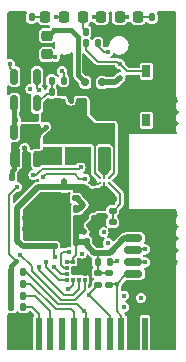
<source format=gbr>
%TF.GenerationSoftware,KiCad,Pcbnew,7.0.9*%
%TF.CreationDate,2024-04-04T21:50:02+13:00*%
%TF.ProjectId,panel,70616e65-6c2e-46b6-9963-61645f706362,rev?*%
%TF.SameCoordinates,Original*%
%TF.FileFunction,Copper,L1,Top*%
%TF.FilePolarity,Positive*%
%FSLAX46Y46*%
G04 Gerber Fmt 4.6, Leading zero omitted, Abs format (unit mm)*
G04 Created by KiCad (PCBNEW 7.0.9) date 2024-04-04 21:50:02*
%MOMM*%
%LPD*%
G01*
G04 APERTURE LIST*
G04 Aperture macros list*
%AMRoundRect*
0 Rectangle with rounded corners*
0 $1 Rounding radius*
0 $2 $3 $4 $5 $6 $7 $8 $9 X,Y pos of 4 corners*
0 Add a 4 corners polygon primitive as box body*
4,1,4,$2,$3,$4,$5,$6,$7,$8,$9,$2,$3,0*
0 Add four circle primitives for the rounded corners*
1,1,$1+$1,$2,$3*
1,1,$1+$1,$4,$5*
1,1,$1+$1,$6,$7*
1,1,$1+$1,$8,$9*
0 Add four rect primitives between the rounded corners*
20,1,$1+$1,$2,$3,$4,$5,0*
20,1,$1+$1,$4,$5,$6,$7,0*
20,1,$1+$1,$6,$7,$8,$9,0*
20,1,$1+$1,$8,$9,$2,$3,0*%
G04 Aperture macros list end*
%TA.AperFunction,ComponentPad*%
%ADD10O,1.900000X3.500000*%
%TD*%
%TA.AperFunction,SMDPad,CuDef*%
%ADD11RoundRect,0.218750X-0.218750X-0.256250X0.218750X-0.256250X0.218750X0.256250X-0.218750X0.256250X0*%
%TD*%
%TA.AperFunction,SMDPad,CuDef*%
%ADD12RoundRect,0.135000X-0.135000X-0.185000X0.135000X-0.185000X0.135000X0.185000X-0.135000X0.185000X0*%
%TD*%
%TA.AperFunction,SMDPad,CuDef*%
%ADD13RoundRect,0.218750X0.256250X-0.218750X0.256250X0.218750X-0.256250X0.218750X-0.256250X-0.218750X0*%
%TD*%
%TA.AperFunction,SMDPad,CuDef*%
%ADD14RoundRect,0.140000X0.140000X0.170000X-0.140000X0.170000X-0.140000X-0.170000X0.140000X-0.170000X0*%
%TD*%
%TA.AperFunction,SMDPad,CuDef*%
%ADD15RoundRect,0.150000X-0.625000X0.150000X-0.625000X-0.150000X0.625000X-0.150000X0.625000X0.150000X0*%
%TD*%
%TA.AperFunction,SMDPad,CuDef*%
%ADD16RoundRect,0.250000X-0.650000X0.350000X-0.650000X-0.350000X0.650000X-0.350000X0.650000X0.350000X0*%
%TD*%
%TA.AperFunction,SMDPad,CuDef*%
%ADD17R,0.500000X2.800000*%
%TD*%
%TA.AperFunction,SMDPad,CuDef*%
%ADD18R,0.600000X2.600000*%
%TD*%
%TA.AperFunction,SMDPad,CuDef*%
%ADD19RoundRect,0.140000X-0.140000X-0.170000X0.140000X-0.170000X0.140000X0.170000X-0.140000X0.170000X0*%
%TD*%
%TA.AperFunction,SMDPad,CuDef*%
%ADD20RoundRect,0.135000X0.135000X0.185000X-0.135000X0.185000X-0.135000X-0.185000X0.135000X-0.185000X0*%
%TD*%
%TA.AperFunction,SMDPad,CuDef*%
%ADD21RoundRect,0.135000X-0.185000X0.135000X-0.185000X-0.135000X0.185000X-0.135000X0.185000X0.135000X0*%
%TD*%
%TA.AperFunction,SMDPad,CuDef*%
%ADD22RoundRect,0.218750X-0.256250X0.218750X-0.256250X-0.218750X0.256250X-0.218750X0.256250X0.218750X0*%
%TD*%
%TA.AperFunction,ComponentPad*%
%ADD23C,1.600000*%
%TD*%
%TA.AperFunction,SMDPad,CuDef*%
%ADD24RoundRect,0.150000X0.150000X-0.512500X0.150000X0.512500X-0.150000X0.512500X-0.150000X-0.512500X0*%
%TD*%
%TA.AperFunction,SMDPad,CuDef*%
%ADD25RoundRect,0.225000X-0.250000X0.225000X-0.250000X-0.225000X0.250000X-0.225000X0.250000X0.225000X0*%
%TD*%
%TA.AperFunction,SMDPad,CuDef*%
%ADD26RoundRect,0.150000X0.150000X0.200000X-0.150000X0.200000X-0.150000X-0.200000X0.150000X-0.200000X0*%
%TD*%
%TA.AperFunction,SMDPad,CuDef*%
%ADD27RoundRect,0.218750X0.218750X0.256250X-0.218750X0.256250X-0.218750X-0.256250X0.218750X-0.256250X0*%
%TD*%
%TA.AperFunction,SMDPad,CuDef*%
%ADD28RoundRect,0.147500X0.172500X-0.147500X0.172500X0.147500X-0.172500X0.147500X-0.172500X-0.147500X0*%
%TD*%
%TA.AperFunction,SMDPad,CuDef*%
%ADD29RoundRect,0.140000X0.170000X-0.140000X0.170000X0.140000X-0.170000X0.140000X-0.170000X-0.140000X0*%
%TD*%
%TA.AperFunction,SMDPad,CuDef*%
%ADD30RoundRect,0.140000X-0.170000X0.140000X-0.170000X-0.140000X0.170000X-0.140000X0.170000X0.140000X0*%
%TD*%
%TA.AperFunction,SMDPad,CuDef*%
%ADD31C,0.250000*%
%TD*%
%TA.AperFunction,SMDPad,CuDef*%
%ADD32R,0.650000X1.050000*%
%TD*%
%TA.AperFunction,SMDPad,CuDef*%
%ADD33R,0.350000X0.375000*%
%TD*%
%TA.AperFunction,SMDPad,CuDef*%
%ADD34R,0.375000X0.350000*%
%TD*%
%TA.AperFunction,ViaPad*%
%ADD35C,0.450000*%
%TD*%
%TA.AperFunction,Conductor*%
%ADD36C,0.400000*%
%TD*%
%TA.AperFunction,Conductor*%
%ADD37C,0.200000*%
%TD*%
%TA.AperFunction,Conductor*%
%ADD38C,0.500000*%
%TD*%
G04 APERTURE END LIST*
D10*
%TO.P,J1,5,Shield*%
%TO.N,Board_0-GND*%
X142800000Y-23100000D03*
X154200000Y-23100000D03*
%TD*%
D11*
%TO.P,D3,1,K*%
%TO.N,Board_0-Net-(D3-K)*%
X147712500Y-20750000D03*
%TO.P,D3,2,A*%
%TO.N,Board_0-RXD*%
X149287500Y-20750000D03*
%TD*%
D12*
%TO.P,R18,1*%
%TO.N,Board_0-VBUS*%
X141690000Y-42300000D03*
%TO.P,R18,2*%
%TO.N,Board_0-D0-*%
X142710000Y-42300000D03*
%TD*%
D13*
%TO.P,L4,1,1*%
%TO.N,Board_0-Net-(U1-SW)*%
X145400000Y-32587500D03*
%TO.P,L4,2,2*%
%TO.N,Board_0-Cap_V+*%
X145400000Y-31012500D03*
%TD*%
D14*
%TO.P,C9,1*%
%TO.N,Board_0-+3V3*%
X147180000Y-39800000D03*
%TO.P,C9,2*%
%TO.N,Board_0-GND*%
X146220000Y-39800000D03*
%TD*%
D15*
%TO.P,J3,1,Pin_1*%
%TO.N,Board_0-+3V3*%
X152000000Y-39450000D03*
%TO.P,J3,2,Pin_2*%
%TO.N,Board_0-TXD*%
X152000000Y-40450000D03*
%TO.P,J3,3,Pin_3*%
%TO.N,Board_0-RXD*%
X152000000Y-41450000D03*
%TO.P,J3,4,Pin_4*%
%TO.N,Board_0-GPIO9*%
X152000000Y-42450000D03*
%TO.P,J3,5,Pin_5*%
%TO.N,Board_0-GND*%
X152000000Y-43450000D03*
D16*
%TO.P,J3,MP,MountPin*%
X154525000Y-38150000D03*
X154525000Y-44750000D03*
%TD*%
D17*
%TO.P,J2,1,D2+*%
%TO.N,Board_0-D2+*%
X144000000Y-47550000D03*
%TO.P,J2,3,D2-*%
%TO.N,Board_0-D2-*%
X145000000Y-47550000D03*
%TO.P,J2,5,D1S*%
%TO.N,Board_0-unconnected-(J2-D1S-Pad5)*%
X146000000Y-47550000D03*
%TO.P,J2,7,D0+*%
%TO.N,Board_0-D0+*%
X147000000Y-47550000D03*
%TO.P,J2,9,D0-*%
%TO.N,Board_0-D0-*%
X148000000Y-47550000D03*
%TO.P,J2,11,CKS*%
%TO.N,Board_0-unconnected-(J2-CKS-Pad11)*%
X149000000Y-47550000D03*
%TO.P,J2,13,CEC*%
%TO.N,Board_0-GPIO8*%
X150000000Y-47550000D03*
%TO.P,J2,15,SCL*%
%TO.N,Board_0-GPIO9*%
X151000000Y-47550000D03*
%TO.P,J2,17,GND*%
%TO.N,Board_0-GND*%
X152000000Y-47550000D03*
%TO.P,J2,19,HPD/HEAC-*%
%TO.N,Board_0-unconnected-(J2-HPD{slash}HEAC--Pad19)*%
X153000000Y-47550000D03*
D18*
%TO.P,J2,SH,SH*%
%TO.N,Board_0-GND*%
X141725000Y-47650000D03*
X155275000Y-47650000D03*
%TD*%
D19*
%TO.P,C10,1*%
%TO.N,Board_0-+3V3*%
X148070000Y-39800000D03*
%TO.P,C10,2*%
%TO.N,Board_0-GND*%
X149030000Y-39800000D03*
%TD*%
D12*
%TO.P,R26,1*%
%TO.N,Board_0-Net-(U6-+)*%
X145090000Y-26100000D03*
%TO.P,R26,2*%
%TO.N,Board_0-Net-(R23-Pad1)*%
X146110000Y-26100000D03*
%TD*%
D20*
%TO.P,R14,1*%
%TO.N,Board_0-+3V3*%
X149010000Y-22950000D03*
%TO.P,R14,2*%
%TO.N,Board_0-User_SW1*%
X147990000Y-22950000D03*
%TD*%
D21*
%TO.P,R5,1*%
%TO.N,Board_0-+3V3*%
X149020000Y-42370000D03*
%TO.P,R5,2*%
%TO.N,Board_0-GPIO8*%
X149020000Y-43390000D03*
%TD*%
D19*
%TO.P,C20,1*%
%TO.N,Board_0-Net-(U1-RUN)*%
X141720000Y-34300000D03*
%TO.P,C20,2*%
%TO.N,Board_0-GND*%
X142680000Y-34300000D03*
%TD*%
D12*
%TO.P,R6,1*%
%TO.N,Board_0-+3V3*%
X148990000Y-41470000D03*
%TO.P,R6,2*%
%TO.N,Board_0-GPIO2*%
X150010000Y-41470000D03*
%TD*%
D13*
%TO.P,F1,1*%
%TO.N,Board_0-Net-(U1-RUN)*%
X144700000Y-23887500D03*
%TO.P,F1,2*%
%TO.N,Board_0-VBUS*%
X144700000Y-22312500D03*
%TD*%
D19*
%TO.P,C15,1*%
%TO.N,Board_0-+3V3*%
X142170000Y-37250000D03*
%TO.P,C15,2*%
%TO.N,Board_0-GND*%
X143130000Y-37250000D03*
%TD*%
D22*
%TO.P,L1,1*%
%TO.N,Board_0-Cap_V+*%
X149600000Y-31012500D03*
%TO.P,L1,2*%
%TO.N,Board_0-Net-(U2-SW)*%
X149600000Y-32587500D03*
%TD*%
D20*
%TO.P,R13,1*%
%TO.N,Board_0-Net-(D9-K)*%
X143410000Y-20750000D03*
%TO.P,R13,2*%
%TO.N,Board_0-GND*%
X142390000Y-20750000D03*
%TD*%
D23*
%TO.P,C3,1*%
%TO.N,Board_0-Cap_V+*%
X146000000Y-28900000D03*
%TO.P,C3,2*%
%TO.N,Board_0-GND*%
X151000000Y-28900000D03*
%TD*%
D12*
%TO.P,R28,1*%
%TO.N,Board_0-Net-(U6-+)*%
X145090000Y-27100000D03*
%TO.P,R28,2*%
%TO.N,Board_0-GND*%
X146110000Y-27100000D03*
%TD*%
D21*
%TO.P,R7,1*%
%TO.N,Board_0-+3V3*%
X150250000Y-36090000D03*
%TO.P,R7,2*%
%TO.N,Board_0-Net-(U2-VSEL)*%
X150250000Y-37110000D03*
%TD*%
%TO.P,R8,1*%
%TO.N,Board_0-Net-(U2-VSEL)*%
X150250000Y-38090000D03*
%TO.P,R8,2*%
%TO.N,Board_0-GND*%
X150250000Y-39110000D03*
%TD*%
D12*
%TO.P,R19,1*%
%TO.N,Board_0-VBUS*%
X141690000Y-43300000D03*
%TO.P,R19,2*%
%TO.N,Board_0-D0+*%
X142710000Y-43300000D03*
%TD*%
%TO.P,R11,1*%
%TO.N,Board_0-Net-(D3-K)*%
X147990000Y-21950000D03*
%TO.P,R11,2*%
%TO.N,Board_0-GND*%
X149010000Y-21950000D03*
%TD*%
D24*
%TO.P,U6,1*%
%TO.N,Board_0-Net-(U1-VOUT)*%
X141950000Y-28037500D03*
%TO.P,U6,2,V-*%
%TO.N,Board_0-GND*%
X142900000Y-28037500D03*
%TO.P,U6,3,+*%
%TO.N,Board_0-Net-(U6-+)*%
X143850000Y-28037500D03*
%TO.P,U6,4,-*%
%TO.N,Board_0-Net-(U6--)*%
X143850000Y-25762500D03*
%TO.P,U6,5,V+*%
%TO.N,Board_0-Net-(U6-V+)*%
X141950000Y-25762500D03*
%TD*%
D11*
%TO.P,D9,1,K*%
%TO.N,Board_0-Net-(D9-K)*%
X144562500Y-20750000D03*
%TO.P,D9,2,A*%
%TO.N,Board_0-User_LED3*%
X146137500Y-20750000D03*
%TD*%
D21*
%TO.P,R10,1*%
%TO.N,Board_0-+3V3*%
X149990000Y-42370000D03*
%TO.P,R10,2*%
%TO.N,Board_0-GPIO9*%
X149990000Y-43390000D03*
%TD*%
D12*
%TO.P,R16,1*%
%TO.N,Board_0-VBUS*%
X141690000Y-45300000D03*
%TO.P,R16,2*%
%TO.N,Board_0-D2+*%
X142710000Y-45300000D03*
%TD*%
D25*
%TO.P,C6,1*%
%TO.N,Board_0-+3V3*%
X148900000Y-36375000D03*
%TO.P,C6,2*%
%TO.N,Board_0-GND*%
X148900000Y-37925000D03*
%TD*%
D26*
%TO.P,D5,1,K*%
%TO.N,Board_0-VBUS*%
X147950000Y-26250000D03*
%TO.P,D5,2,A*%
%TO.N,Board_0-A_VBUS*%
X149350000Y-26250000D03*
%TD*%
D25*
%TO.P,C22,1*%
%TO.N,Board_0-Cap_V+*%
X146900000Y-31025000D03*
%TO.P,C22,2*%
%TO.N,Board_0-GND*%
X146900000Y-32575000D03*
%TD*%
D19*
%TO.P,C18,1*%
%TO.N,Board_0-+3V3*%
X142170000Y-39150000D03*
%TO.P,C18,2*%
%TO.N,Board_0-GND*%
X143130000Y-39150000D03*
%TD*%
D27*
%TO.P,D4,1,K*%
%TO.N,Board_0-Net-(D4-K)*%
X152437500Y-20750000D03*
%TO.P,D4,2,A*%
%TO.N,Board_0-TXD*%
X150862500Y-20750000D03*
%TD*%
D28*
%TO.P,L2,1*%
%TO.N,Board_0-Net-(U4-VDD3P3)*%
X147150000Y-36085000D03*
%TO.P,L2,2*%
%TO.N,Board_0-+3V3*%
X147150000Y-35115000D03*
%TD*%
D29*
%TO.P,C16,1*%
%TO.N,Board_0-+3V3*%
X145300000Y-40130000D03*
%TO.P,C16,2*%
%TO.N,Board_0-GND*%
X145300000Y-39170000D03*
%TD*%
D30*
%TO.P,C5,1*%
%TO.N,Board_0-Cap_V+*%
X148100000Y-31220000D03*
%TO.P,C5,2*%
%TO.N,Board_0-GND*%
X148100000Y-32180000D03*
%TD*%
D31*
%TO.P,U2,A1,VIN*%
%TO.N,Board_0-Cap_V+*%
X149150000Y-34350000D03*
%TO.P,U2,A2,GND*%
%TO.N,Board_0-GND*%
X149150000Y-34750000D03*
%TO.P,U2,B1,SW*%
%TO.N,Board_0-Net-(U2-SW)*%
X149550000Y-34350000D03*
%TO.P,U2,B2,VOUT*%
%TO.N,Board_0-+3V3*%
X149550000Y-34750000D03*
%TO.P,U2,C1,EN*%
%TO.N,Board_0-Cap_V+*%
X149950000Y-34350000D03*
%TO.P,U2,C2,VSEL*%
%TO.N,Board_0-Net-(U2-VSEL)*%
X149950000Y-34750000D03*
%TD*%
D12*
%TO.P,R17,1*%
%TO.N,Board_0-VBUS*%
X141690000Y-44300000D03*
%TO.P,R17,2*%
%TO.N,Board_0-D2-*%
X142710000Y-44300000D03*
%TD*%
D30*
%TO.P,C13,1*%
%TO.N,Board_0-+3V3*%
X146200000Y-35120000D03*
%TO.P,C13,2*%
%TO.N,Board_0-GND*%
X146200000Y-36080000D03*
%TD*%
D14*
%TO.P,C17,1*%
%TO.N,Board_0-+3V3*%
X147180000Y-38850000D03*
%TO.P,C17,2*%
%TO.N,Board_0-GND*%
X146220000Y-38850000D03*
%TD*%
%TO.P,C11,1*%
%TO.N,Board_0-Net-(U4-VDD3P3)*%
X147180000Y-37000000D03*
%TO.P,C11,2*%
%TO.N,Board_0-GND*%
X146220000Y-37000000D03*
%TD*%
D32*
%TO.P,SW1,1,A*%
%TO.N,Board_0-GND*%
X155275000Y-25325000D03*
X155275000Y-29475000D03*
%TO.P,SW1,2,B*%
%TO.N,Board_0-User_SW1*%
X153125000Y-25325000D03*
X153125000Y-29475000D03*
%TD*%
D24*
%TO.P,U1,1,RUN*%
%TO.N,Board_0-Net-(U1-RUN)*%
X141950000Y-32737500D03*
%TO.P,U1,2,GND*%
%TO.N,Board_0-GND*%
X142900000Y-32737500D03*
%TO.P,U1,3,SW*%
%TO.N,Board_0-Net-(U1-SW)*%
X143850000Y-32737500D03*
%TO.P,U1,4,VIN*%
%TO.N,Board_0-Net-(U1-RUN)*%
X143850000Y-30462500D03*
%TO.P,U1,5,VOUT*%
%TO.N,Board_0-Net-(U1-VOUT)*%
X141950000Y-30462500D03*
%TD*%
D12*
%TO.P,R12,1*%
%TO.N,Board_0-Net-(D4-K)*%
X153590000Y-20750000D03*
%TO.P,R12,2*%
%TO.N,Board_0-GND*%
X154610000Y-20750000D03*
%TD*%
D19*
%TO.P,C19,1*%
%TO.N,Board_0-+3V3*%
X142170000Y-38200000D03*
%TO.P,C19,2*%
%TO.N,Board_0-GND*%
X143130000Y-38200000D03*
%TD*%
D33*
%TO.P,U5,1,SCL/SPC*%
%TO.N,Board_0-ACC_SCK*%
X146400000Y-42962500D03*
%TO.P,U5,2,~{CS}*%
%TO.N,Board_0-Net-(U5-~{CS})*%
X146900000Y-42962500D03*
%TO.P,U5,3,SA0/SDO*%
%TO.N,Board_0-ACC_MISO*%
X147400000Y-42962500D03*
%TO.P,U5,4,SDA/SDI*%
%TO.N,Board_0-ACC_MOSI*%
X147900000Y-42962500D03*
D34*
%TO.P,U5,5,RES*%
%TO.N,Board_0-GND*%
X147912500Y-42450000D03*
%TO.P,U5,6,GND*%
X147912500Y-41950000D03*
D33*
%TO.P,U5,7,GND*%
X147900000Y-41437500D03*
%TO.P,U5,8,GND*%
X147400000Y-41437500D03*
%TO.P,U5,9,Vdd*%
%TO.N,Board_0-+3V3*%
X146900000Y-41437500D03*
%TO.P,U5,10,Vdd_IO*%
X146400000Y-41437500D03*
D34*
%TO.P,U5,11,INT2*%
%TO.N,Board_0-ACC_INT2*%
X146387500Y-41950000D03*
%TO.P,U5,12,INT1*%
%TO.N,Board_0-ACC_INT1*%
X146387500Y-42450000D03*
%TD*%
D35*
%TO.N,Board_0-VBUS*%
X152650000Y-44500000D03*
X142100000Y-41400000D03*
X145300000Y-21800000D03*
X142150000Y-35100000D03*
%TO.N,Board_0-User_SW1*%
X149850000Y-39850000D03*
X150875000Y-24725000D03*
%TO.N,Board_0-User_LED3*%
X147650000Y-40750000D03*
X145450000Y-20750000D03*
%TO.N,Board_0-TXD*%
X153000000Y-40400000D03*
X147900000Y-34400000D03*
X151500000Y-20750000D03*
X144400000Y-34300000D03*
%TO.N,Board_0-RXD*%
X153000000Y-41500000D03*
X147550000Y-33450000D03*
X143550000Y-34100000D03*
X148650000Y-20750000D03*
%TO.N,Board_0-Net-(U6-V+)*%
X141600000Y-24700000D03*
X151250000Y-45300000D03*
%TO.N,Board_0-Net-(U6--)*%
X144000000Y-26900000D03*
%TO.N,Board_0-Net-(U5-~{CS})*%
X146490000Y-43720000D03*
%TO.N,Board_0-Net-(U4-VDD3P3)*%
X147775000Y-36625000D03*
%TO.N,Board_0-Net-(U1-VOUT)*%
X142080000Y-29400000D03*
%TO.N,Board_0-Net-(U1-RUN)*%
X145400000Y-24100000D03*
X144600000Y-30000000D03*
%TO.N,Board_0-Net-(R23-Pad1)*%
X146000000Y-25300000D03*
X151250000Y-44300000D03*
%TO.N,Board_0-GPIO9*%
X150650000Y-43300000D03*
%TO.N,Board_0-GPIO8*%
X148250000Y-44250000D03*
%TO.N,Board_0-GPIO2*%
X150600000Y-41400000D03*
%TO.N,Board_0-GND*%
X150874264Y-38800000D03*
X142600000Y-47000000D03*
X151400000Y-32400000D03*
X152500000Y-37200000D03*
X143675000Y-37625000D03*
X154200000Y-29600000D03*
X151400000Y-34000000D03*
X155100000Y-40500000D03*
X149600000Y-37600000D03*
X143675000Y-36625000D03*
X152300000Y-23450000D03*
X151400000Y-30700000D03*
X155400000Y-30400000D03*
X153500000Y-37200000D03*
X145675000Y-37625000D03*
X148575000Y-34825000D03*
X154000000Y-46700000D03*
X144675000Y-38625000D03*
X148100000Y-32900000D03*
X142800000Y-31800000D03*
X144675000Y-36625000D03*
X154500000Y-26000000D03*
X153950000Y-48300000D03*
X155100000Y-29000000D03*
X143675000Y-38625000D03*
X146700000Y-27800000D03*
X155100000Y-43500000D03*
X145675000Y-36625000D03*
X153600000Y-43000000D03*
X142600000Y-48000000D03*
X151400000Y-33200000D03*
X151550000Y-37200000D03*
X155100000Y-26500000D03*
X151400000Y-31550000D03*
X151400000Y-34700000D03*
X155200000Y-37200000D03*
X154100000Y-28700000D03*
X145675000Y-38625000D03*
X151400000Y-35350000D03*
X144675000Y-37625000D03*
X150500000Y-21900000D03*
X153250000Y-39000000D03*
X147150000Y-42100000D03*
X153100000Y-28500000D03*
X152300000Y-30400000D03*
X154200000Y-43450000D03*
X153800000Y-30400000D03*
X155000000Y-39000000D03*
X153600000Y-40000000D03*
X154100000Y-42000000D03*
%TO.N,Board_0-D0-*%
X143300000Y-26800000D03*
X147850000Y-45650000D03*
%TO.N,Board_0-Cap_V+*%
X149500000Y-38950000D03*
X149050000Y-30300000D03*
%TO.N,Board_0-A_VBUS*%
X150900000Y-25850000D03*
%TO.N,Board_0-ACC_SCK*%
X144600000Y-41500000D03*
%TO.N,Board_0-ACC_MOSI*%
X142450000Y-40850000D03*
%TO.N,Board_0-ACC_MISO*%
X144000000Y-41900000D03*
%TO.N,Board_0-ACC_INT2*%
X146600000Y-40600000D03*
%TO.N,Board_0-ACC_INT1*%
X145325000Y-41850000D03*
%TO.N,Board_0-+3V3*%
X149950000Y-35550000D03*
X145350000Y-41050000D03*
X142325000Y-39825000D03*
X146175000Y-34600000D03*
X149900000Y-23650000D03*
X147850000Y-38900000D03*
%TD*%
D36*
%TO.N,Board_0-VBUS*%
X141690000Y-41810000D02*
X142100000Y-41400000D01*
X145300000Y-21800000D02*
X146700000Y-21800000D01*
D37*
X141500000Y-35750000D02*
X141500000Y-40800000D01*
D36*
X146700000Y-21800000D02*
X147300000Y-22400000D01*
X147300000Y-25600000D02*
X147950000Y-26250000D01*
X147300000Y-22400000D02*
X147300000Y-25600000D01*
X144700000Y-22312500D02*
X144787500Y-22312500D01*
X141690000Y-42300000D02*
X141690000Y-41810000D01*
X144787500Y-22312500D02*
X145300000Y-21800000D01*
D37*
X141500000Y-40800000D02*
X142100000Y-41400000D01*
X142150000Y-35100000D02*
X141500000Y-35750000D01*
X144700000Y-22312500D02*
X144700000Y-22150000D01*
D38*
X141690000Y-45300000D02*
X141690000Y-42300000D01*
D37*
%TO.N,Board_0-User_SW1*%
X151475000Y-25325000D02*
X153125000Y-25325000D01*
X150650000Y-24500000D02*
X149000000Y-24500000D01*
X149000000Y-24500000D02*
X147990000Y-23490000D01*
X150875000Y-24725000D02*
X150650000Y-24500000D01*
X147990000Y-23490000D02*
X147990000Y-22950000D01*
X150875000Y-24725000D02*
X151475000Y-25325000D01*
%TO.N,Board_0-User_LED3*%
X146137500Y-20750000D02*
X145450000Y-20750000D01*
%TO.N,Board_0-TXD*%
X147450000Y-34400000D02*
X147100000Y-34050000D01*
X147100000Y-34050000D02*
X144650000Y-34050000D01*
X152050000Y-40400000D02*
X152000000Y-40450000D01*
X144650000Y-34050000D02*
X144400000Y-34300000D01*
X147900000Y-34400000D02*
X147450000Y-34400000D01*
X153000000Y-40400000D02*
X152050000Y-40400000D01*
%TO.N,Board_0-RXD*%
X144350000Y-33550000D02*
X144200000Y-33700000D01*
X143550000Y-34100000D02*
X143800000Y-34100000D01*
X143800000Y-34100000D02*
X144150000Y-33750000D01*
X152950000Y-41450000D02*
X152000000Y-41450000D01*
X144150000Y-33750000D02*
X144200000Y-33700000D01*
X153000000Y-41500000D02*
X152950000Y-41450000D01*
X147450000Y-33550000D02*
X144350000Y-33550000D01*
X147550000Y-33450000D02*
X147450000Y-33550000D01*
%TO.N,Board_0-Net-(U6-V+)*%
X141600000Y-24700000D02*
X141600000Y-25050000D01*
X141950000Y-25400000D02*
X141950000Y-25762500D01*
X141600000Y-25050000D02*
X141950000Y-25400000D01*
%TO.N,Board_0-Net-(U6--)*%
X143850000Y-26750000D02*
X143850000Y-25762500D01*
X144000000Y-26900000D02*
X143850000Y-26750000D01*
%TO.N,Board_0-Net-(U6-+)*%
X144677500Y-27210000D02*
X143850000Y-28037500D01*
X145090000Y-26100000D02*
X145090000Y-27100000D01*
X145100000Y-27210000D02*
X144677500Y-27210000D01*
%TO.N,Board_0-Net-(U5-~{CS})*%
X146490000Y-43720000D02*
X146550000Y-43720000D01*
X146550000Y-43720000D02*
X146900000Y-43370000D01*
X146900000Y-43370000D02*
X146900000Y-42962500D01*
D38*
%TO.N,Board_0-Net-(U4-VDD3P3)*%
X147400000Y-37000000D02*
X147180000Y-37000000D01*
X147235000Y-36085000D02*
X147775000Y-36625000D01*
X147150000Y-36085000D02*
X147235000Y-36085000D01*
X147775000Y-36625000D02*
X147400000Y-37000000D01*
D37*
%TO.N,Board_0-Net-(U2-VSEL)*%
X150900000Y-35700000D02*
X149950000Y-34750000D01*
X150340000Y-37110000D02*
X150900000Y-36550000D01*
X150900000Y-36550000D02*
X150900000Y-35700000D01*
X150250000Y-38090000D02*
X150250000Y-37110000D01*
X150100000Y-37110000D02*
X150340000Y-37110000D01*
%TO.N,Board_0-Net-(U2-SW)*%
X149550000Y-34350000D02*
X149550000Y-33087500D01*
%TO.N,Board_0-Net-(U1-VOUT)*%
X141950000Y-29270000D02*
X142080000Y-29400000D01*
X141950000Y-29530000D02*
X141950000Y-30462500D01*
X141950000Y-28037500D02*
X141950000Y-29270000D01*
X142080000Y-29400000D02*
X141950000Y-29530000D01*
D36*
X141950000Y-28037500D02*
X141950000Y-30462500D01*
D37*
%TO.N,Board_0-Net-(U1-SW)*%
X144337500Y-33000000D02*
X144250000Y-33087500D01*
D36*
X145250000Y-32737500D02*
X145400000Y-32587500D01*
D37*
X145100000Y-33000000D02*
X144337500Y-33000000D01*
X145187500Y-33087500D02*
X145100000Y-33000000D01*
X145550000Y-33087500D02*
X145187500Y-33087500D01*
D36*
X143850000Y-32737500D02*
X145250000Y-32737500D01*
%TO.N,Board_0-Net-(U1-RUN)*%
X144600000Y-30000000D02*
X144137500Y-30462500D01*
X144137500Y-30462500D02*
X143850000Y-30462500D01*
X141700000Y-34280000D02*
X141700000Y-33800000D01*
D37*
X144912500Y-24100000D02*
X145400000Y-24100000D01*
X144700000Y-23887500D02*
X144912500Y-24100000D01*
X141950000Y-31765552D02*
X143253052Y-30462500D01*
D36*
X141950000Y-33550000D02*
X141950000Y-32737500D01*
X141700000Y-33800000D02*
X141950000Y-33550000D01*
X141720000Y-34300000D02*
X141700000Y-34280000D01*
D37*
X143253052Y-30462500D02*
X143850000Y-30462500D01*
X141950000Y-32737500D02*
X141950000Y-31765552D01*
%TO.N,Board_0-Net-(R23-Pad1)*%
X146110000Y-26100000D02*
X146110000Y-25410000D01*
X146110000Y-25410000D02*
X146000000Y-25300000D01*
%TO.N,Board_0-Net-(D9-K)*%
X144562500Y-20750000D02*
X143410000Y-20750000D01*
%TO.N,Board_0-Net-(D4-K)*%
X152437500Y-20750000D02*
X153590000Y-20750000D01*
%TO.N,Board_0-Net-(D3-K)*%
X147712500Y-20750000D02*
X147712500Y-21672500D01*
X147712500Y-21672500D02*
X147990000Y-21950000D01*
%TO.N,Board_0-GPIO9*%
X150590000Y-43360000D02*
X150010000Y-43360000D01*
X150650000Y-43300000D02*
X151350000Y-42600000D01*
X151000000Y-46000000D02*
X151000000Y-47550000D01*
X150650000Y-43300000D02*
X150650000Y-45650000D01*
X150650000Y-43300000D02*
X150590000Y-43360000D01*
X150650000Y-45650000D02*
X151000000Y-46000000D01*
%TO.N,Board_0-GPIO8*%
X148250000Y-44250000D02*
X148250000Y-44160000D01*
X148250000Y-44160000D02*
X149020000Y-43390000D01*
X149070000Y-43360000D02*
X148990000Y-43360000D01*
X148250000Y-44250000D02*
X150000000Y-46000000D01*
X150000000Y-46000000D02*
X150000000Y-47550000D01*
%TO.N,Board_0-GPIO2*%
X150010000Y-41470000D02*
X150530000Y-41470000D01*
X150530000Y-41470000D02*
X150600000Y-41400000D01*
%TO.N,Board_0-GND*%
X148650000Y-34900000D02*
X149000000Y-34900000D01*
X147912500Y-42450000D02*
X147500000Y-42450000D01*
D36*
X146425000Y-26875000D02*
X146700000Y-27150000D01*
D37*
X147500000Y-42450000D02*
X147150000Y-42100000D01*
X149000000Y-34900000D02*
X149150000Y-34750000D01*
D36*
X146700000Y-27150000D02*
X146700000Y-27800000D01*
D37*
X149600000Y-37600000D02*
X149375000Y-37600000D01*
X149375000Y-37600000D02*
X148750000Y-38225000D01*
X142900000Y-31900000D02*
X142900000Y-32737500D01*
X148100000Y-32180000D02*
X148100000Y-32900000D01*
X147912500Y-41350000D02*
X147912500Y-41950000D01*
X142800000Y-31800000D02*
X142900000Y-31900000D01*
X148575000Y-34825000D02*
X148650000Y-34900000D01*
%TO.N,Board_0-D2-*%
X145000000Y-45600000D02*
X145000000Y-47550000D01*
X142710000Y-44300000D02*
X143700000Y-44300000D01*
X143700000Y-44300000D02*
X145000000Y-45600000D01*
%TO.N,Board_0-D2+*%
X144000000Y-45900000D02*
X143400000Y-45300000D01*
X144000000Y-47550000D02*
X144000000Y-45900000D01*
X143400000Y-45300000D02*
X142710000Y-45300000D01*
%TO.N,Board_0-D0-*%
X147260000Y-45060000D02*
X147850000Y-45650000D01*
X145660000Y-45060000D02*
X147260000Y-45060000D01*
X142710000Y-42300000D02*
X142900000Y-42300000D01*
X148000000Y-47550000D02*
X148000000Y-45800000D01*
X142900000Y-42300000D02*
X145660000Y-45060000D01*
X148000000Y-45800000D02*
X147850000Y-45650000D01*
%TO.N,Board_0-D0+*%
X143300000Y-43300000D02*
X142710000Y-43300000D01*
X145470000Y-45470000D02*
X143300000Y-43300000D01*
X147000000Y-45700000D02*
X146770000Y-45470000D01*
X147000000Y-47550000D02*
X147000000Y-45700000D01*
X146770000Y-45470000D02*
X145470000Y-45470000D01*
%TO.N,Board_0-Cap_V+*%
X148750000Y-31200000D02*
X149512500Y-31200000D01*
X150400000Y-33900000D02*
X149975000Y-34325000D01*
X145550000Y-31312500D02*
X145550000Y-30550000D01*
X146000000Y-30100000D02*
X146000000Y-28900000D01*
X148750000Y-31700000D02*
X148750000Y-31200000D01*
X149700000Y-31012500D02*
X149050000Y-30362500D01*
X145550000Y-30550000D02*
X146000000Y-30100000D01*
D38*
X145400000Y-29500000D02*
X146000000Y-28900000D01*
X145400000Y-31012500D02*
X145400000Y-29500000D01*
D37*
X149050000Y-30362500D02*
X149050000Y-30300000D01*
X149512500Y-31200000D02*
X149700000Y-31012500D01*
X149150000Y-34350000D02*
X148750000Y-33950000D01*
X149600000Y-31012500D02*
X149712500Y-31012500D01*
X149712500Y-31012500D02*
X150400000Y-31700000D01*
X148750000Y-33950000D02*
X148750000Y-31700000D01*
X148750000Y-31700000D02*
X148750000Y-31650000D01*
X150000000Y-31012500D02*
X150400000Y-31412500D01*
X149700000Y-31012500D02*
X150000000Y-31012500D01*
X148750000Y-31650000D02*
X149100000Y-31300000D01*
X150400000Y-31412500D02*
X150400000Y-33900000D01*
X148400000Y-31300000D02*
X148100000Y-31300000D01*
X148750000Y-31650000D02*
X148400000Y-31300000D01*
D38*
%TO.N,Board_0-A_VBUS*%
X149350000Y-26250000D02*
X150500000Y-26250000D01*
X150500000Y-26250000D02*
X150900000Y-25850000D01*
D37*
%TO.N,Board_0-ACC_SCK*%
X144600000Y-41500000D02*
X144600000Y-41875000D01*
X144600000Y-41875000D02*
X145687500Y-42962500D01*
X145687500Y-42962500D02*
X146400000Y-42962500D01*
%TO.N,Board_0-ACC_MOSI*%
X145860000Y-44660000D02*
X147090000Y-44660000D01*
X143400000Y-41800000D02*
X143400000Y-42200000D01*
X147900000Y-43850000D02*
X147900000Y-42962500D01*
X143400000Y-42200000D02*
X145860000Y-44660000D01*
X147090000Y-44660000D02*
X147900000Y-43850000D01*
X142450000Y-40850000D02*
X143400000Y-41800000D01*
%TO.N,Board_0-ACC_MISO*%
X144000000Y-41900000D02*
X144000000Y-42100000D01*
X144000000Y-42100000D02*
X146160000Y-44260000D01*
X146890000Y-44260000D02*
X147425000Y-43725000D01*
X146160000Y-44260000D02*
X146890000Y-44260000D01*
X147425000Y-43725000D02*
X147425000Y-42987500D01*
X147425000Y-42987500D02*
X147400000Y-42962500D01*
%TO.N,Board_0-ACC_INT2*%
X146050000Y-40600000D02*
X145900000Y-40750000D01*
X145900000Y-40750000D02*
X145900000Y-41725000D01*
X146600000Y-40600000D02*
X146050000Y-40600000D01*
X145900000Y-41725000D02*
X146125000Y-41950000D01*
X146125000Y-41950000D02*
X146387500Y-41950000D01*
%TO.N,Board_0-ACC_INT1*%
X145325000Y-41850000D02*
X145925000Y-42450000D01*
X145925000Y-42450000D02*
X146387500Y-42450000D01*
D38*
%TO.N,Board_0-+3V3*%
X147150000Y-35115000D02*
X146205000Y-35115000D01*
X149000000Y-40700000D02*
X150000000Y-40700000D01*
D37*
X148990000Y-41470000D02*
X148990000Y-40710000D01*
D38*
X148070000Y-39800000D02*
X148070000Y-40045000D01*
X149175000Y-36250000D02*
X148750000Y-36675000D01*
D37*
X145300000Y-41000000D02*
X145300000Y-40130000D01*
D38*
X146175000Y-35095000D02*
X146200000Y-35120000D01*
X147180000Y-38850000D02*
X147800000Y-38850000D01*
X143930000Y-35120000D02*
X142170000Y-36880000D01*
D37*
X146900000Y-41437500D02*
X146400000Y-41437500D01*
X149010000Y-23150000D02*
X149010000Y-22950000D01*
D38*
X147180000Y-39800000D02*
X148070000Y-39800000D01*
X142170000Y-36880000D02*
X142170000Y-37250000D01*
X147180000Y-38850000D02*
X147180000Y-39800000D01*
X142630000Y-40130000D02*
X142170000Y-39670000D01*
X148725000Y-36675000D02*
X148750000Y-36675000D01*
X148070000Y-40045000D02*
X148725000Y-40700000D01*
X146205000Y-35115000D02*
X146200000Y-35120000D01*
D37*
X145350000Y-41050000D02*
X145300000Y-41000000D01*
D38*
X142170000Y-39670000D02*
X142170000Y-39150000D01*
X142325000Y-39825000D02*
X142170000Y-39670000D01*
X142170000Y-39150000D02*
X142170000Y-37250000D01*
X147815000Y-35115000D02*
X147150000Y-35115000D01*
D37*
X149900000Y-23650000D02*
X149510000Y-23650000D01*
X147125000Y-39855000D02*
X147180000Y-39800000D01*
D38*
X148725000Y-40700000D02*
X149000000Y-40700000D01*
X145300000Y-40130000D02*
X142630000Y-40130000D01*
X146175000Y-34600000D02*
X146175000Y-35095000D01*
D37*
X149550000Y-35150000D02*
X149950000Y-35550000D01*
X148990000Y-42340000D02*
X149020000Y-42370000D01*
X147125000Y-40875000D02*
X147125000Y-39855000D01*
D38*
X151250000Y-39450000D02*
X152000000Y-39450000D01*
D37*
X148990000Y-41470000D02*
X148990000Y-42340000D01*
D38*
X148750000Y-36050000D02*
X147815000Y-35115000D01*
D37*
X149550000Y-34750000D02*
X149550000Y-35150000D01*
X148990000Y-40710000D02*
X149000000Y-40700000D01*
D38*
X149940000Y-36250000D02*
X149175000Y-36250000D01*
D37*
X149510000Y-23650000D02*
X149010000Y-23150000D01*
D38*
X147800000Y-38850000D02*
X147850000Y-38900000D01*
D37*
X149990000Y-42370000D02*
X149020000Y-42370000D01*
D38*
X147180000Y-38850000D02*
X147180000Y-38220000D01*
X150000000Y-40700000D02*
X151250000Y-39450000D01*
D37*
X146900000Y-41100000D02*
X147125000Y-40875000D01*
D38*
X146200000Y-35120000D02*
X143930000Y-35120000D01*
D37*
X146900000Y-41437500D02*
X146900000Y-41100000D01*
D38*
X148750000Y-36675000D02*
X148750000Y-36050000D01*
%TD*%
%TA.AperFunction,Conductor*%
%TO.N,Board_0-Net-(U1-SW)*%
G36*
X144479494Y-31705499D02*
G01*
X144479500Y-31705500D01*
X144479506Y-31705500D01*
X145876000Y-31705500D01*
X145943039Y-31725185D01*
X145988794Y-31777989D01*
X146000000Y-31829500D01*
X146000000Y-33125500D01*
X145980315Y-33192539D01*
X145927511Y-33238294D01*
X145876000Y-33249500D01*
X144412841Y-33249500D01*
X144404267Y-33248905D01*
X144392238Y-33247227D01*
X144392235Y-33247227D01*
X144367219Y-33248383D01*
X144344490Y-33249434D01*
X144341627Y-33249500D01*
X144322155Y-33249500D01*
X144321207Y-33249677D01*
X144319515Y-33249993D01*
X144310987Y-33250982D01*
X144281797Y-33252332D01*
X144280008Y-33252415D01*
X144273663Y-33255215D01*
X144246380Y-33263665D01*
X144239568Y-33264938D01*
X144239567Y-33264939D01*
X144221702Y-33276000D01*
X144213206Y-33281260D01*
X144205607Y-33285265D01*
X144177235Y-33297793D01*
X144172336Y-33302693D01*
X144149942Y-33320431D01*
X144144048Y-33324080D01*
X144125361Y-33348825D01*
X144119724Y-33355303D01*
X144111355Y-33363673D01*
X144050035Y-33397164D01*
X144023666Y-33400000D01*
X143674000Y-33400000D01*
X143606961Y-33380315D01*
X143561206Y-33327511D01*
X143550000Y-33276000D01*
X143550000Y-32217428D01*
X143569685Y-32150389D01*
X143599688Y-32118162D01*
X143607994Y-32111945D01*
X143607995Y-32111943D01*
X143611543Y-32109288D01*
X143612137Y-32110081D01*
X143631434Y-32097120D01*
X143640687Y-32092597D01*
X143695142Y-32080000D01*
X144025991Y-32080000D01*
X144026000Y-32080000D01*
X144069684Y-32075303D01*
X144095439Y-32069700D01*
X144121193Y-32064098D01*
X144125374Y-32063075D01*
X144131373Y-32061610D01*
X144212085Y-32018600D01*
X144264889Y-31972845D01*
X144282843Y-31955254D01*
X144327490Y-31875437D01*
X144347175Y-31808398D01*
X144347176Y-31808390D01*
X144348114Y-31804082D01*
X144348422Y-31804149D01*
X144348423Y-31804148D01*
X144348438Y-31804152D01*
X144349928Y-31804476D01*
X144375738Y-31747922D01*
X144434506Y-31710131D01*
X144475071Y-31705766D01*
X144475071Y-31705500D01*
X144477552Y-31705500D01*
X144478333Y-31705416D01*
X144479494Y-31705499D01*
G37*
%TD.AperFunction*%
%TD*%
%TA.AperFunction,Conductor*%
%TO.N,Board_0-+3V3*%
G36*
X148184141Y-35018907D02*
G01*
X148214159Y-35054055D01*
X148220724Y-35066940D01*
X148226472Y-35078220D01*
X148321780Y-35173528D01*
X148321782Y-35173529D01*
X148374819Y-35200553D01*
X148441874Y-35234719D01*
X148549945Y-35251835D01*
X148574999Y-35255804D01*
X148574999Y-35255803D01*
X148575000Y-35255804D01*
X148708126Y-35234719D01*
X148754108Y-35211289D01*
X148799053Y-35200500D01*
X148934836Y-35200500D01*
X148948511Y-35202732D01*
X148948683Y-35201506D01*
X148957764Y-35202772D01*
X148957765Y-35202773D01*
X148957765Y-35202772D01*
X148957766Y-35202773D01*
X148966507Y-35202368D01*
X149005793Y-35200552D01*
X149008070Y-35200500D01*
X149027841Y-35200500D01*
X149027844Y-35200500D01*
X149031337Y-35199846D01*
X149038141Y-35199056D01*
X149069992Y-35197585D01*
X149078976Y-35193617D01*
X149100777Y-35186865D01*
X149110433Y-35185061D01*
X149137543Y-35168274D01*
X149143589Y-35165088D01*
X149172765Y-35152206D01*
X149179709Y-35145260D01*
X149197601Y-35131089D01*
X149205952Y-35125919D01*
X149225165Y-35100474D01*
X149229662Y-35095308D01*
X149258031Y-35066938D01*
X149294175Y-35043914D01*
X149315261Y-35036240D01*
X149330847Y-35023161D01*
X149387576Y-35000241D01*
X149394483Y-35000000D01*
X149705517Y-35000000D01*
X149763708Y-35018907D01*
X149769153Y-35023162D01*
X149792405Y-35042672D01*
X149795590Y-35045591D01*
X150421004Y-35671004D01*
X150448781Y-35725521D01*
X150450000Y-35741008D01*
X150450000Y-36534021D01*
X150431093Y-36592212D01*
X150421004Y-36604025D01*
X150414525Y-36610504D01*
X150360008Y-36638281D01*
X150344521Y-36639500D01*
X150025684Y-36639500D01*
X150009398Y-36641644D01*
X149976825Y-36645932D01*
X149976824Y-36645932D01*
X149869598Y-36695933D01*
X149785933Y-36779598D01*
X149735932Y-36886824D01*
X149735932Y-36886825D01*
X149729500Y-36935685D01*
X149729500Y-37051000D01*
X149710593Y-37109191D01*
X149661093Y-37145155D01*
X149630500Y-37150000D01*
X148849999Y-37150000D01*
X148754495Y-37245504D01*
X148699979Y-37273281D01*
X148684492Y-37274500D01*
X148616510Y-37274500D01*
X148516874Y-37290281D01*
X148516867Y-37290283D01*
X148396782Y-37351470D01*
X148301470Y-37446782D01*
X148240283Y-37566867D01*
X148240281Y-37566874D01*
X148224500Y-37666510D01*
X148224500Y-37734492D01*
X148205593Y-37792683D01*
X148195504Y-37804495D01*
X147800000Y-38199999D01*
X147800000Y-38801000D01*
X147781093Y-38859191D01*
X147731593Y-38895155D01*
X147701000Y-38900000D01*
X146999000Y-38900000D01*
X146940809Y-38881093D01*
X146904845Y-38831593D01*
X146900000Y-38801000D01*
X146900000Y-37609499D01*
X146918907Y-37551308D01*
X146968407Y-37515344D01*
X146999000Y-37510499D01*
X147000091Y-37510499D01*
X147000099Y-37510500D01*
X147359900Y-37510499D01*
X147409487Y-37503972D01*
X147409488Y-37503972D01*
X147518312Y-37453226D01*
X147518312Y-37453225D01*
X147518316Y-37453224D01*
X147520926Y-37450613D01*
X147544671Y-37433089D01*
X147603072Y-37402223D01*
X147629857Y-37389323D01*
X147656642Y-37376425D01*
X147656646Y-37376421D01*
X147662778Y-37372242D01*
X147663028Y-37372609D01*
X147664832Y-37371329D01*
X147664568Y-37370971D01*
X147670529Y-37366570D01*
X147670538Y-37366566D01*
X147712598Y-37324505D01*
X147756194Y-37284055D01*
X147756198Y-37284047D01*
X147760820Y-37278253D01*
X147761166Y-37278529D01*
X147769704Y-37267398D01*
X148049774Y-36987327D01*
X148067106Y-36973507D01*
X148072175Y-36970323D01*
X148104275Y-36933019D01*
X148106767Y-36930334D01*
X148117425Y-36919678D01*
X148126371Y-36907554D01*
X148128666Y-36904678D01*
X148144028Y-36886827D01*
X148160758Y-36867387D01*
X148163150Y-36861901D01*
X148174239Y-36842696D01*
X148177793Y-36837882D01*
X148194052Y-36791412D01*
X148195375Y-36788041D01*
X148215065Y-36742915D01*
X148215735Y-36736957D01*
X148220669Y-36715346D01*
X148222646Y-36709699D01*
X148224486Y-36660506D01*
X148224758Y-36656878D01*
X148230270Y-36607965D01*
X148229156Y-36602080D01*
X148227499Y-36579977D01*
X148227724Y-36573990D01*
X148214985Y-36526450D01*
X148214168Y-36522867D01*
X148213557Y-36519636D01*
X148205023Y-36474528D01*
X148202222Y-36469228D01*
X148194123Y-36448592D01*
X148192575Y-36442813D01*
X148192573Y-36442810D01*
X148192573Y-36442809D01*
X148182959Y-36427509D01*
X148166391Y-36401143D01*
X148164563Y-36397977D01*
X148141565Y-36354462D01*
X148137330Y-36350227D01*
X148123507Y-36332893D01*
X148120322Y-36327824D01*
X148083037Y-36295737D01*
X148080323Y-36293219D01*
X147690131Y-35903028D01*
X147662354Y-35848511D01*
X147662185Y-35847406D01*
X147660645Y-35836830D01*
X147609636Y-35732489D01*
X147527511Y-35650364D01*
X147423170Y-35599355D01*
X147423171Y-35599355D01*
X147406259Y-35596891D01*
X147355528Y-35589500D01*
X146999000Y-35589500D01*
X146940809Y-35570593D01*
X146904845Y-35521093D01*
X146900000Y-35490500D01*
X146900000Y-35099000D01*
X146918907Y-35040809D01*
X146968407Y-35004845D01*
X146999000Y-35000000D01*
X148125950Y-35000000D01*
X148184141Y-35018907D01*
G37*
%TD.AperFunction*%
%TD*%
%TA.AperFunction,Conductor*%
%TO.N,Board_0-Cap_V+*%
G36*
X144861574Y-27611619D02*
G01*
X144866821Y-27614066D01*
X144866824Y-27614066D01*
X144866827Y-27614068D01*
X144900500Y-27618501D01*
X144915683Y-27620500D01*
X144915684Y-27620500D01*
X145264317Y-27620500D01*
X145279500Y-27618501D01*
X145313173Y-27614068D01*
X145313176Y-27614066D01*
X145313178Y-27614066D01*
X145318426Y-27611619D01*
X145370832Y-27600000D01*
X145829168Y-27600000D01*
X145881574Y-27611619D01*
X145886821Y-27614066D01*
X145886824Y-27614066D01*
X145886827Y-27614068D01*
X145920500Y-27618501D01*
X145935683Y-27620500D01*
X146152441Y-27620500D01*
X146219480Y-27640185D01*
X146265235Y-27692989D01*
X146275179Y-27762147D01*
X146274914Y-27763899D01*
X146269196Y-27799999D01*
X146269196Y-27800002D01*
X146290279Y-27933121D01*
X146290280Y-27933124D01*
X146290281Y-27933126D01*
X146309674Y-27971186D01*
X146351473Y-28053221D01*
X146351476Y-28053225D01*
X146446774Y-28148523D01*
X146446778Y-28148526D01*
X146446780Y-28148528D01*
X146566874Y-28209719D01*
X146566876Y-28209719D01*
X146566878Y-28209720D01*
X146699998Y-28230804D01*
X146700000Y-28230804D01*
X146700002Y-28230804D01*
X146833121Y-28209720D01*
X146833121Y-28209719D01*
X146833126Y-28209719D01*
X146953220Y-28148528D01*
X147048528Y-28053220D01*
X147109719Y-27933126D01*
X147130804Y-27800000D01*
X147121839Y-27743396D01*
X147130795Y-27674104D01*
X147175792Y-27620652D01*
X147242543Y-27600013D01*
X147244313Y-27600000D01*
X147976000Y-27600000D01*
X148043039Y-27619685D01*
X148088794Y-27672489D01*
X148100000Y-27724000D01*
X148100000Y-29000000D01*
X148800000Y-29700000D01*
X150353338Y-29700000D01*
X150420377Y-29719685D01*
X150432005Y-29728149D01*
X150441460Y-29735909D01*
X150444886Y-29738198D01*
X150489694Y-29791808D01*
X150500000Y-29841303D01*
X150500000Y-31376000D01*
X150480315Y-31443039D01*
X150427511Y-31488794D01*
X150376000Y-31500000D01*
X144479500Y-31500000D01*
X144412461Y-31480315D01*
X144366706Y-31427511D01*
X144355500Y-31376000D01*
X144355500Y-30862254D01*
X144375185Y-30795215D01*
X144391819Y-30774573D01*
X144398406Y-30767985D01*
X144398409Y-30767984D01*
X144767250Y-30399141D01*
X144798633Y-30376340D01*
X144853220Y-30348528D01*
X144948528Y-30253220D01*
X145009719Y-30133126D01*
X145030804Y-30000000D01*
X145009719Y-29866874D01*
X144948528Y-29746780D01*
X144948526Y-29746778D01*
X144948523Y-29746774D01*
X144853225Y-29651476D01*
X144853221Y-29651473D01*
X144853220Y-29651472D01*
X144733126Y-29590281D01*
X144733124Y-29590280D01*
X144733121Y-29590279D01*
X144600002Y-29569196D01*
X144599998Y-29569196D01*
X144466876Y-29590279D01*
X144380294Y-29634395D01*
X144311625Y-29647291D01*
X144246884Y-29621014D01*
X144206628Y-29563907D01*
X144200000Y-29523910D01*
X144200000Y-28897044D01*
X144219685Y-28830005D01*
X144236319Y-28809363D01*
X144289196Y-28756485D01*
X144289198Y-28756483D01*
X144340573Y-28651393D01*
X144350500Y-28583260D01*
X144350500Y-28013333D01*
X144370185Y-27946294D01*
X144386819Y-27925652D01*
X144676152Y-27636319D01*
X144737475Y-27602834D01*
X144763833Y-27600000D01*
X144809168Y-27600000D01*
X144861574Y-27611619D01*
G37*
%TD.AperFunction*%
%TD*%
%TA.AperFunction,Conductor*%
%TO.N,Board_0-Net-(U1-RUN)*%
G36*
X144093039Y-29819685D02*
G01*
X144138794Y-29872489D01*
X144150000Y-29924000D01*
X144150000Y-31750500D01*
X144130315Y-31817539D01*
X144077511Y-31863294D01*
X144026000Y-31874500D01*
X143666739Y-31874500D01*
X143598608Y-31884426D01*
X143493514Y-31935803D01*
X143462681Y-31966637D01*
X143401358Y-32000122D01*
X143331666Y-31995138D01*
X143287319Y-31966637D01*
X143260422Y-31939740D01*
X143226937Y-31878417D01*
X143225630Y-31832665D01*
X143230804Y-31800000D01*
X143209719Y-31666874D01*
X143148528Y-31546780D01*
X143148526Y-31546778D01*
X143148523Y-31546774D01*
X143053225Y-31451476D01*
X143053221Y-31451473D01*
X143053220Y-31451472D01*
X142933126Y-31390281D01*
X142933124Y-31390280D01*
X142933121Y-31390279D01*
X142800002Y-31369196D01*
X142799998Y-31369196D01*
X142666878Y-31390279D01*
X142546778Y-31451473D01*
X142546774Y-31451476D01*
X142451476Y-31546774D01*
X142451473Y-31546778D01*
X142390279Y-31666878D01*
X142369196Y-31799997D01*
X142369196Y-31800002D01*
X142390279Y-31933122D01*
X142390280Y-31933125D01*
X142390281Y-31933126D01*
X142391645Y-31935803D01*
X142419476Y-31990425D01*
X142432371Y-32059094D01*
X142420393Y-32101174D01*
X142409427Y-32123606D01*
X142409425Y-32123611D01*
X142399500Y-32191739D01*
X142399500Y-33276000D01*
X142379815Y-33343039D01*
X142327011Y-33388794D01*
X142275500Y-33400000D01*
X141774000Y-33400000D01*
X141706961Y-33380315D01*
X141661206Y-33327511D01*
X141650000Y-33276000D01*
X141650000Y-31449500D01*
X141669685Y-31382461D01*
X141722489Y-31336706D01*
X141774000Y-31325500D01*
X142133261Y-31325500D01*
X142155971Y-31322191D01*
X142201393Y-31315573D01*
X142306483Y-31264198D01*
X142389198Y-31181483D01*
X142440573Y-31076393D01*
X142450500Y-31008260D01*
X142450500Y-29924000D01*
X142470185Y-29856961D01*
X142522989Y-29811206D01*
X142574500Y-29800000D01*
X144026000Y-29800000D01*
X144093039Y-29819685D01*
G37*
%TD.AperFunction*%
%TD*%
%TA.AperFunction,Conductor*%
%TO.N,Board_0-Net-(U2-SW)*%
G36*
X149997712Y-31724407D02*
G01*
X150009525Y-31734496D01*
X150070504Y-31795475D01*
X150098281Y-31849992D01*
X150099500Y-31865479D01*
X150099500Y-33545775D01*
X150082873Y-33600690D01*
X149779390Y-34055915D01*
X149731380Y-34093845D01*
X149697017Y-34100000D01*
X149396369Y-34100000D01*
X149338178Y-34081093D01*
X149320315Y-34064378D01*
X149073446Y-33768135D01*
X149050718Y-33711328D01*
X149050500Y-33704757D01*
X149050500Y-31815479D01*
X149069407Y-31757288D01*
X149079496Y-31745475D01*
X149090475Y-31734496D01*
X149144992Y-31706719D01*
X149160479Y-31705500D01*
X149939521Y-31705500D01*
X149997712Y-31724407D01*
G37*
%TD.AperFunction*%
%TD*%
%TA.AperFunction,Conductor*%
%TO.N,Board_0-GND*%
G36*
X143292712Y-45619407D02*
G01*
X143304525Y-45629496D01*
X143578049Y-45903020D01*
X143605826Y-45957537D01*
X143596255Y-46017969D01*
X143590361Y-46028024D01*
X143561135Y-46071764D01*
X143561132Y-46071772D01*
X143549501Y-46130241D01*
X143549500Y-46130253D01*
X143549500Y-48850500D01*
X143530593Y-48908691D01*
X143481093Y-48944655D01*
X143450500Y-48949500D01*
X141449500Y-48949500D01*
X141391309Y-48930593D01*
X141355345Y-48881093D01*
X141350500Y-48850500D01*
X141350500Y-45911640D01*
X141369407Y-45853449D01*
X141418907Y-45817485D01*
X141462424Y-45813487D01*
X141466823Y-45814066D01*
X141466827Y-45814068D01*
X141515684Y-45820500D01*
X141515686Y-45820500D01*
X141864314Y-45820500D01*
X141864316Y-45820500D01*
X141913173Y-45814068D01*
X142020404Y-45764065D01*
X142104065Y-45680404D01*
X142110275Y-45667085D01*
X142152003Y-45622337D01*
X142212064Y-45610662D01*
X142267517Y-45636519D01*
X142289724Y-45667084D01*
X142295935Y-45680404D01*
X142379596Y-45764065D01*
X142379597Y-45764065D01*
X142379598Y-45764066D01*
X142486824Y-45814067D01*
X142486825Y-45814067D01*
X142486827Y-45814068D01*
X142535684Y-45820500D01*
X142535685Y-45820500D01*
X142884314Y-45820500D01*
X142884316Y-45820500D01*
X142933173Y-45814068D01*
X143040404Y-45764065D01*
X143124065Y-45680404D01*
X143134480Y-45658069D01*
X143134671Y-45657660D01*
X143176399Y-45612912D01*
X143224395Y-45600500D01*
X143234521Y-45600500D01*
X143292712Y-45619407D01*
G37*
%TD.AperFunction*%
%TA.AperFunction,Conductor*%
G36*
X142954263Y-20269407D02*
G01*
X142990227Y-20318907D01*
X142990227Y-20380093D01*
X142985796Y-20391340D01*
X142945932Y-20476826D01*
X142939500Y-20525685D01*
X142939500Y-20974314D01*
X142945932Y-21023174D01*
X142945932Y-21023175D01*
X142995933Y-21130401D01*
X142995934Y-21130402D01*
X142995935Y-21130404D01*
X143079596Y-21214065D01*
X143079597Y-21214065D01*
X143079598Y-21214066D01*
X143186824Y-21264067D01*
X143186825Y-21264067D01*
X143186827Y-21264068D01*
X143235684Y-21270500D01*
X143235685Y-21270500D01*
X143584314Y-21270500D01*
X143584316Y-21270500D01*
X143633173Y-21264068D01*
X143740404Y-21214065D01*
X143802181Y-21152287D01*
X143856695Y-21124511D01*
X143917127Y-21134082D01*
X143960392Y-21177346D01*
X143966272Y-21188886D01*
X144000342Y-21255751D01*
X144094249Y-21349658D01*
X144212580Y-21409951D01*
X144279130Y-21420491D01*
X144310751Y-21425500D01*
X144310754Y-21425500D01*
X144814247Y-21425500D01*
X144820215Y-21424554D01*
X144838830Y-21421606D01*
X144899261Y-21431176D01*
X144942527Y-21474440D01*
X144952099Y-21534872D01*
X144942528Y-21564332D01*
X144921861Y-21604893D01*
X144903657Y-21629949D01*
X144888106Y-21645501D01*
X144833590Y-21673281D01*
X144818100Y-21674500D01*
X144410751Y-21674500D01*
X144312580Y-21690049D01*
X144312576Y-21690050D01*
X144194250Y-21750341D01*
X144100341Y-21844250D01*
X144040050Y-21962576D01*
X144040049Y-21962580D01*
X144024500Y-22060751D01*
X144024500Y-22564248D01*
X144040049Y-22662419D01*
X144040050Y-22662423D01*
X144084917Y-22750478D01*
X144100342Y-22780751D01*
X144194249Y-22874658D01*
X144312580Y-22934951D01*
X144379130Y-22945491D01*
X144410751Y-22950500D01*
X144410754Y-22950500D01*
X144989249Y-22950500D01*
X145017803Y-22945976D01*
X145087420Y-22934951D01*
X145205751Y-22874658D01*
X145247051Y-22833357D01*
X145301565Y-22805581D01*
X145361997Y-22815152D01*
X145405262Y-22858416D01*
X145414241Y-22915105D01*
X145415255Y-22915220D01*
X145414633Y-22920742D01*
X145414632Y-22920745D01*
X145394435Y-23100000D01*
X145413699Y-23270977D01*
X145415255Y-23284780D01*
X145412639Y-23285074D01*
X145408066Y-23335595D01*
X145367785Y-23381650D01*
X145308126Y-23395234D01*
X145251877Y-23371156D01*
X145247064Y-23366655D01*
X145205751Y-23325342D01*
X145158904Y-23301472D01*
X145087423Y-23265050D01*
X145087420Y-23265049D01*
X145059721Y-23260662D01*
X144989249Y-23249500D01*
X144989246Y-23249500D01*
X144410754Y-23249500D01*
X144410751Y-23249500D01*
X144312580Y-23265049D01*
X144312576Y-23265050D01*
X144194250Y-23325341D01*
X144100341Y-23419250D01*
X144040050Y-23537576D01*
X144040049Y-23537580D01*
X144029805Y-23602262D01*
X144024500Y-23635754D01*
X144024500Y-24139246D01*
X144039369Y-24233129D01*
X144040049Y-24237419D01*
X144040050Y-24237423D01*
X144070982Y-24298130D01*
X144100342Y-24355751D01*
X144194249Y-24449658D01*
X144312580Y-24509951D01*
X144379130Y-24520491D01*
X144410751Y-24525500D01*
X144410754Y-24525500D01*
X144989249Y-24525500D01*
X145062876Y-24513838D01*
X145087420Y-24509951D01*
X145132430Y-24487016D01*
X145192859Y-24477444D01*
X145222318Y-24487016D01*
X145266874Y-24509719D01*
X145400000Y-24530804D01*
X145533126Y-24509719D01*
X145653220Y-24448528D01*
X145748528Y-24353220D01*
X145809719Y-24233126D01*
X145830804Y-24100000D01*
X145809719Y-23966874D01*
X145809718Y-23966872D01*
X145809591Y-23966070D01*
X145819162Y-23905638D01*
X145862427Y-23862374D01*
X145922859Y-23852802D01*
X145940070Y-23857139D01*
X146020738Y-23885366D01*
X146020742Y-23885367D01*
X146020745Y-23885368D01*
X146020746Y-23885368D01*
X146020750Y-23885369D01*
X146155029Y-23900499D01*
X146155045Y-23900499D01*
X146155046Y-23900500D01*
X146155047Y-23900500D01*
X146244953Y-23900500D01*
X146244954Y-23900500D01*
X146244955Y-23900499D01*
X146244970Y-23900499D01*
X146379249Y-23885369D01*
X146379251Y-23885368D01*
X146379255Y-23885368D01*
X146549522Y-23825789D01*
X146702262Y-23729816D01*
X146730498Y-23701579D01*
X146785013Y-23673804D01*
X146845445Y-23683375D01*
X146888710Y-23726640D01*
X146899500Y-23771585D01*
X146899500Y-25663437D01*
X146906953Y-25686374D01*
X146910579Y-25701474D01*
X146914354Y-25725306D01*
X146925301Y-25746788D01*
X146931247Y-25761142D01*
X146938703Y-25784088D01*
X146938702Y-25784088D01*
X146952884Y-25803608D01*
X146960997Y-25816847D01*
X146971950Y-25838342D01*
X146971951Y-25838343D01*
X146992031Y-25858424D01*
X146994515Y-25860908D01*
X146994516Y-25860909D01*
X147420505Y-26286898D01*
X147448281Y-26341413D01*
X147449500Y-26356900D01*
X147449500Y-26483260D01*
X147450509Y-26490184D01*
X147459427Y-26551395D01*
X147508719Y-26652222D01*
X147510802Y-26656483D01*
X147593517Y-26739198D01*
X147647285Y-26765483D01*
X147698604Y-26790572D01*
X147698605Y-26790572D01*
X147698607Y-26790573D01*
X147766740Y-26800500D01*
X147766743Y-26800500D01*
X148133257Y-26800500D01*
X148133260Y-26800500D01*
X148201393Y-26790573D01*
X148306483Y-26739198D01*
X148389198Y-26656483D01*
X148440573Y-26551393D01*
X148450500Y-26483260D01*
X148450500Y-26016740D01*
X148440573Y-25948607D01*
X148433774Y-25934700D01*
X148397698Y-25860905D01*
X148389198Y-25843517D01*
X148306483Y-25760802D01*
X148306481Y-25760801D01*
X148201395Y-25709427D01*
X148174139Y-25705456D01*
X148133260Y-25699500D01*
X148133257Y-25699500D01*
X148006901Y-25699500D01*
X147948710Y-25680593D01*
X147936897Y-25670504D01*
X147729496Y-25463103D01*
X147701719Y-25408586D01*
X147700500Y-25393099D01*
X147700500Y-23864479D01*
X147719407Y-23806288D01*
X147768907Y-23770324D01*
X147830093Y-23770324D01*
X147869504Y-23794475D01*
X148741436Y-24666407D01*
X148749537Y-24677647D01*
X148750516Y-24676909D01*
X148756044Y-24684230D01*
X148791569Y-24716616D01*
X148793223Y-24718195D01*
X148805064Y-24730035D01*
X148807203Y-24732174D01*
X148810128Y-24734178D01*
X148815505Y-24738437D01*
X148839063Y-24759913D01*
X148839064Y-24759913D01*
X148839067Y-24759916D01*
X148848233Y-24763467D01*
X148868412Y-24774103D01*
X148876520Y-24779657D01*
X148907558Y-24786957D01*
X148914096Y-24788982D01*
X148943827Y-24800500D01*
X148953652Y-24800500D01*
X148976316Y-24803129D01*
X148985881Y-24805379D01*
X149010494Y-24801945D01*
X149017453Y-24800975D01*
X149024299Y-24800500D01*
X150375252Y-24800500D01*
X150433443Y-24819407D01*
X150463462Y-24854555D01*
X150465280Y-24858124D01*
X150465281Y-24858126D01*
X150526472Y-24978220D01*
X150621780Y-25073528D01*
X150741874Y-25134719D01*
X150850159Y-25151869D01*
X150904674Y-25179646D01*
X150904675Y-25179646D01*
X150950768Y-25225739D01*
X150978545Y-25280256D01*
X150968974Y-25340688D01*
X150925709Y-25383953D01*
X150890221Y-25393179D01*
X150890254Y-25393351D01*
X150887704Y-25393833D01*
X150884471Y-25394674D01*
X150882962Y-25394730D01*
X150749529Y-25419976D01*
X150629460Y-25483436D01*
X150342392Y-25770504D01*
X150287876Y-25798281D01*
X150272389Y-25799500D01*
X149786188Y-25799500D01*
X149727997Y-25780593D01*
X149716190Y-25770509D01*
X149706483Y-25760802D01*
X149706481Y-25760801D01*
X149601395Y-25709427D01*
X149574139Y-25705456D01*
X149533260Y-25699500D01*
X149166740Y-25699500D01*
X149132673Y-25704463D01*
X149098604Y-25709427D01*
X148993518Y-25760801D01*
X148910801Y-25843518D01*
X148859427Y-25948604D01*
X148859427Y-25948607D01*
X148849500Y-26016740D01*
X148849500Y-26483260D01*
X148850509Y-26490184D01*
X148859427Y-26551395D01*
X148908719Y-26652222D01*
X148910802Y-26656483D01*
X148993517Y-26739198D01*
X149047285Y-26765483D01*
X149098604Y-26790572D01*
X149098605Y-26790572D01*
X149098607Y-26790573D01*
X149166740Y-26800500D01*
X149166743Y-26800500D01*
X149533257Y-26800500D01*
X149533260Y-26800500D01*
X149601393Y-26790573D01*
X149706483Y-26739198D01*
X149716186Y-26729494D01*
X149770701Y-26701719D01*
X149786188Y-26700500D01*
X150471913Y-26700500D01*
X150477459Y-26700811D01*
X150517035Y-26705270D01*
X150575479Y-26694211D01*
X150634287Y-26685348D01*
X150634294Y-26685344D01*
X150641381Y-26683159D01*
X150641512Y-26683584D01*
X150643613Y-26682892D01*
X150643467Y-26682473D01*
X150650464Y-26680024D01*
X150650472Y-26680023D01*
X150669428Y-26670004D01*
X150703072Y-26652223D01*
X150729857Y-26639323D01*
X150756642Y-26626425D01*
X150756646Y-26626421D01*
X150762778Y-26622242D01*
X150763028Y-26622609D01*
X150764832Y-26621329D01*
X150764568Y-26620971D01*
X150770529Y-26616570D01*
X150770538Y-26616566D01*
X150812600Y-26574503D01*
X150856194Y-26534055D01*
X150856195Y-26534052D01*
X150856197Y-26534051D01*
X150860823Y-26528251D01*
X150861168Y-26528526D01*
X150869706Y-26517396D01*
X151242425Y-26144679D01*
X151302792Y-26062883D01*
X151347646Y-25934700D01*
X151352724Y-25798990D01*
X151340074Y-25751780D01*
X151343275Y-25690682D01*
X151381779Y-25643131D01*
X151440879Y-25627294D01*
X151458367Y-25629787D01*
X151460881Y-25630379D01*
X151486176Y-25626850D01*
X151492453Y-25625975D01*
X151499299Y-25625500D01*
X152500500Y-25625500D01*
X152558691Y-25644407D01*
X152594655Y-25693907D01*
X152599500Y-25724500D01*
X152599500Y-25869746D01*
X152599501Y-25869758D01*
X152611132Y-25928227D01*
X152611134Y-25928233D01*
X152615456Y-25934701D01*
X152655448Y-25994552D01*
X152721769Y-26038867D01*
X152766231Y-26047711D01*
X152780241Y-26050498D01*
X152780246Y-26050498D01*
X152780252Y-26050500D01*
X152780253Y-26050500D01*
X153469747Y-26050500D01*
X153469748Y-26050500D01*
X153528231Y-26038867D01*
X153594552Y-25994552D01*
X153638867Y-25928231D01*
X153650500Y-25869748D01*
X153650500Y-24780252D01*
X153650381Y-24779656D01*
X153641334Y-24734173D01*
X153638867Y-24721769D01*
X153594552Y-24655448D01*
X153594548Y-24655445D01*
X153528233Y-24611134D01*
X153528231Y-24611133D01*
X153528228Y-24611132D01*
X153528227Y-24611132D01*
X153469758Y-24599501D01*
X153469748Y-24599500D01*
X152780252Y-24599500D01*
X152780251Y-24599500D01*
X152780241Y-24599501D01*
X152721772Y-24611132D01*
X152721766Y-24611134D01*
X152655451Y-24655445D01*
X152655445Y-24655451D01*
X152611134Y-24721766D01*
X152611132Y-24721772D01*
X152599501Y-24780241D01*
X152599500Y-24780253D01*
X152599500Y-24925500D01*
X152580593Y-24983691D01*
X152531093Y-25019655D01*
X152500500Y-25024500D01*
X151640479Y-25024500D01*
X151582288Y-25005593D01*
X151570475Y-24995504D01*
X151329646Y-24754675D01*
X151301869Y-24700158D01*
X151301844Y-24699999D01*
X151284719Y-24591874D01*
X151223528Y-24471780D01*
X151128220Y-24376472D01*
X151128217Y-24376470D01*
X151008129Y-24315282D01*
X151008127Y-24315281D01*
X150899840Y-24298130D01*
X150845325Y-24270354D01*
X150842797Y-24267826D01*
X150839859Y-24265813D01*
X150834496Y-24261564D01*
X150810933Y-24240084D01*
X150801762Y-24236531D01*
X150781586Y-24225895D01*
X150773484Y-24220345D01*
X150773479Y-24220343D01*
X150742457Y-24213046D01*
X150735902Y-24211016D01*
X150706177Y-24199501D01*
X150706174Y-24199500D01*
X150706173Y-24199500D01*
X150706172Y-24199500D01*
X150696348Y-24199500D01*
X150673683Y-24196870D01*
X150664119Y-24194621D01*
X150664118Y-24194621D01*
X150632547Y-24199025D01*
X150625701Y-24199500D01*
X150171154Y-24199500D01*
X150112963Y-24180593D01*
X150076999Y-24131093D01*
X150076999Y-24069907D01*
X150112963Y-24020407D01*
X150126201Y-24012294D01*
X150153220Y-23998528D01*
X150248528Y-23903220D01*
X150278218Y-23844949D01*
X150321481Y-23801687D01*
X150381913Y-23792116D01*
X150419098Y-23806072D01*
X150450474Y-23825787D01*
X150450475Y-23825787D01*
X150450478Y-23825789D01*
X150527677Y-23852802D01*
X150620738Y-23885366D01*
X150620742Y-23885367D01*
X150620745Y-23885368D01*
X150620746Y-23885368D01*
X150620750Y-23885369D01*
X150755029Y-23900499D01*
X150755045Y-23900499D01*
X150755046Y-23900500D01*
X150755047Y-23900500D01*
X150844953Y-23900500D01*
X150844954Y-23900500D01*
X150844955Y-23900499D01*
X150844970Y-23900499D01*
X150979249Y-23885369D01*
X150979251Y-23885368D01*
X150979255Y-23885368D01*
X151149522Y-23825789D01*
X151302262Y-23729816D01*
X151429816Y-23602262D01*
X151525789Y-23449522D01*
X151585368Y-23279255D01*
X151605565Y-23100000D01*
X151585368Y-22920745D01*
X151583394Y-22915105D01*
X151536381Y-22780749D01*
X151525789Y-22750478D01*
X151470458Y-22662420D01*
X151429818Y-22597741D01*
X151429817Y-22597740D01*
X151429816Y-22597738D01*
X151302262Y-22470184D01*
X151302259Y-22470182D01*
X151302258Y-22470181D01*
X151149523Y-22374211D01*
X150979261Y-22314633D01*
X150979249Y-22314630D01*
X150844970Y-22299500D01*
X150844954Y-22299500D01*
X150755046Y-22299500D01*
X150755029Y-22299500D01*
X150620750Y-22314630D01*
X150620738Y-22314633D01*
X150450477Y-22374211D01*
X150450476Y-22374211D01*
X150297741Y-22470181D01*
X150170181Y-22597741D01*
X150074211Y-22750476D01*
X150074211Y-22750477D01*
X150014633Y-22920738D01*
X150014632Y-22920742D01*
X149994435Y-23100000D01*
X149995462Y-23109113D01*
X149983188Y-23169054D01*
X149938025Y-23210334D01*
X149907529Y-23216934D01*
X149907695Y-23217977D01*
X149766872Y-23240281D01*
X149670896Y-23289183D01*
X149610464Y-23298754D01*
X149555948Y-23270977D01*
X149509496Y-23224525D01*
X149481719Y-23170008D01*
X149480500Y-23154521D01*
X149480500Y-22725685D01*
X149478256Y-22708639D01*
X149474068Y-22676827D01*
X149467351Y-22662423D01*
X149424066Y-22569598D01*
X149424065Y-22569597D01*
X149424065Y-22569596D01*
X149340404Y-22485935D01*
X149340402Y-22485934D01*
X149340401Y-22485933D01*
X149233175Y-22435932D01*
X149200601Y-22431644D01*
X149184316Y-22429500D01*
X148835684Y-22429500D01*
X148819398Y-22431644D01*
X148786825Y-22435932D01*
X148786824Y-22435932D01*
X148679598Y-22485933D01*
X148595933Y-22569598D01*
X148589724Y-22582915D01*
X148547995Y-22627663D01*
X148487934Y-22639337D01*
X148432482Y-22613478D01*
X148410276Y-22582915D01*
X148404066Y-22569598D01*
X148404065Y-22569597D01*
X148404065Y-22569596D01*
X148354470Y-22520001D01*
X148326695Y-22465487D01*
X148336266Y-22405055D01*
X148354469Y-22379999D01*
X148404065Y-22330404D01*
X148454068Y-22223173D01*
X148460500Y-22174316D01*
X148460500Y-21725684D01*
X148454068Y-21676827D01*
X148452414Y-21673281D01*
X148404066Y-21569598D01*
X148404065Y-21569597D01*
X148404065Y-21569596D01*
X148320404Y-21485935D01*
X148260361Y-21457936D01*
X148215615Y-21416209D01*
X148203940Y-21356148D01*
X148229798Y-21300695D01*
X148232170Y-21298238D01*
X148274658Y-21255751D01*
X148318482Y-21169741D01*
X148361746Y-21126478D01*
X148422179Y-21116907D01*
X148451636Y-21126479D01*
X148502290Y-21152288D01*
X148516874Y-21159719D01*
X148640594Y-21179314D01*
X148695110Y-21207091D01*
X148713315Y-21232147D01*
X148725342Y-21255751D01*
X148819249Y-21349658D01*
X148937580Y-21409951D01*
X149004130Y-21420491D01*
X149035751Y-21425500D01*
X149035754Y-21425500D01*
X149539249Y-21425500D01*
X149567803Y-21420976D01*
X149637420Y-21409951D01*
X149755751Y-21349658D01*
X149849658Y-21255751D01*
X149909951Y-21137420D01*
X149925500Y-21039246D01*
X149925500Y-20460754D01*
X149923722Y-20449529D01*
X149910332Y-20364987D01*
X149919903Y-20304555D01*
X149963168Y-20261291D01*
X150008113Y-20250500D01*
X150141887Y-20250500D01*
X150200078Y-20269407D01*
X150236042Y-20318907D01*
X150239668Y-20364987D01*
X150224500Y-20460751D01*
X150224500Y-21039248D01*
X150226282Y-21050500D01*
X150240003Y-21137132D01*
X150240049Y-21137419D01*
X150240050Y-21137423D01*
X150266272Y-21188886D01*
X150300342Y-21255751D01*
X150394249Y-21349658D01*
X150512580Y-21409951D01*
X150579130Y-21420491D01*
X150610751Y-21425500D01*
X150610754Y-21425500D01*
X151114249Y-21425500D01*
X151142803Y-21420976D01*
X151212420Y-21409951D01*
X151330751Y-21349658D01*
X151424658Y-21255751D01*
X151436683Y-21232151D01*
X151479947Y-21188886D01*
X151509404Y-21179314D01*
X151633126Y-21159719D01*
X151698363Y-21126478D01*
X151758794Y-21116907D01*
X151813311Y-21144684D01*
X151831517Y-21169742D01*
X151874501Y-21254101D01*
X151875342Y-21255751D01*
X151969249Y-21349658D01*
X152087580Y-21409951D01*
X152154130Y-21420491D01*
X152185751Y-21425500D01*
X152185754Y-21425500D01*
X152689249Y-21425500D01*
X152717803Y-21420976D01*
X152787420Y-21409951D01*
X152905751Y-21349658D01*
X152999658Y-21255751D01*
X153039608Y-21177344D01*
X153082871Y-21134082D01*
X153143303Y-21124511D01*
X153197817Y-21152286D01*
X153259596Y-21214065D01*
X153259597Y-21214065D01*
X153259598Y-21214066D01*
X153366824Y-21264067D01*
X153366825Y-21264067D01*
X153366827Y-21264068D01*
X153415684Y-21270500D01*
X153415685Y-21270500D01*
X153764314Y-21270500D01*
X153764316Y-21270500D01*
X153813173Y-21264068D01*
X153920404Y-21214065D01*
X154004065Y-21130404D01*
X154054068Y-21023173D01*
X154060500Y-20974316D01*
X154060500Y-20525684D01*
X154054068Y-20476827D01*
X154014203Y-20391338D01*
X154006747Y-20330610D01*
X154036410Y-20277096D01*
X154091862Y-20251238D01*
X154103928Y-20250500D01*
X155550500Y-20250500D01*
X155608691Y-20269407D01*
X155644655Y-20318907D01*
X155649500Y-20349500D01*
X155649500Y-27205805D01*
X155649366Y-27209450D01*
X155648969Y-27214815D01*
X155649500Y-27236406D01*
X155649500Y-27262866D01*
X155649388Y-27262866D01*
X155649284Y-27271350D01*
X155649687Y-27271360D01*
X155649567Y-27276223D01*
X155650840Y-27293488D01*
X155650959Y-27295909D01*
X155651384Y-27313207D01*
X155651980Y-27318037D01*
X155651402Y-27318108D01*
X155652478Y-27332684D01*
X155653059Y-27332670D01*
X155653177Y-27337530D01*
X155655298Y-27354726D01*
X155655535Y-27357138D01*
X155656807Y-27374378D01*
X155657639Y-27379168D01*
X155657063Y-27379267D01*
X155658853Y-27393770D01*
X155659435Y-27393728D01*
X155659793Y-27398575D01*
X155659793Y-27398578D01*
X155659931Y-27399372D01*
X155662752Y-27415636D01*
X155663108Y-27418036D01*
X155665226Y-27435213D01*
X155666292Y-27439957D01*
X155665724Y-27440084D01*
X155668224Y-27454485D01*
X155668799Y-27454415D01*
X155669393Y-27459233D01*
X155673190Y-27476141D01*
X155673664Y-27478523D01*
X155676619Y-27495561D01*
X155677916Y-27500244D01*
X155677354Y-27500399D01*
X155680556Y-27514654D01*
X155681129Y-27514555D01*
X155681960Y-27519344D01*
X155686578Y-27536032D01*
X155687168Y-27538386D01*
X155690960Y-27555270D01*
X155692484Y-27559882D01*
X155691930Y-27560064D01*
X155695829Y-27574150D01*
X155696397Y-27574023D01*
X155697463Y-27578769D01*
X155702892Y-27595204D01*
X155703595Y-27597524D01*
X155708213Y-27614208D01*
X155709964Y-27618747D01*
X155709417Y-27618957D01*
X155714000Y-27632824D01*
X155714563Y-27632669D01*
X155715859Y-27637350D01*
X155715860Y-27637353D01*
X155715861Y-27637357D01*
X155720619Y-27649691D01*
X155722083Y-27653486D01*
X155722901Y-27655773D01*
X155728337Y-27672229D01*
X155730309Y-27676677D01*
X155729775Y-27676913D01*
X155735032Y-27690539D01*
X155735587Y-27690356D01*
X155737112Y-27694973D01*
X155744123Y-27710790D01*
X155745053Y-27713036D01*
X155751286Y-27729194D01*
X155753473Y-27733539D01*
X155752951Y-27733801D01*
X155758869Y-27747147D01*
X155759413Y-27746938D01*
X155761162Y-27751474D01*
X155766182Y-27761445D01*
X155775458Y-27821923D01*
X155747415Y-27876304D01*
X155742586Y-27880778D01*
X155717855Y-27902207D01*
X155640049Y-28023276D01*
X155640046Y-28023283D01*
X155599500Y-28161369D01*
X155599500Y-28305298D01*
X155640046Y-28443384D01*
X155640049Y-28443391D01*
X155717856Y-28564461D01*
X155717858Y-28564463D01*
X155826400Y-28658515D01*
X155857996Y-28710910D01*
X155852760Y-28771871D01*
X155826400Y-28808153D01*
X155717858Y-28902204D01*
X155717856Y-28902206D01*
X155640049Y-29023276D01*
X155640046Y-29023283D01*
X155599500Y-29161369D01*
X155599500Y-29305298D01*
X155640046Y-29443384D01*
X155640049Y-29443391D01*
X155717856Y-29564461D01*
X155717858Y-29564463D01*
X155826400Y-29658515D01*
X155857996Y-29710910D01*
X155852760Y-29771871D01*
X155826400Y-29808153D01*
X155717858Y-29902204D01*
X155717856Y-29902206D01*
X155640049Y-30023276D01*
X155640046Y-30023283D01*
X155599500Y-30161369D01*
X155599500Y-30305298D01*
X155640046Y-30443384D01*
X155640049Y-30443391D01*
X155674808Y-30497477D01*
X155690363Y-30556652D01*
X155668164Y-30613668D01*
X155616691Y-30646748D01*
X155591524Y-30650000D01*
X151650000Y-30650000D01*
X151650000Y-36950000D01*
X155552415Y-36950000D01*
X155610606Y-36968907D01*
X155646570Y-37018407D01*
X155650561Y-37041749D01*
X155650790Y-37041721D01*
X155651980Y-37051371D01*
X155651401Y-37051442D01*
X155652476Y-37066006D01*
X155653058Y-37065992D01*
X155653178Y-37070859D01*
X155655297Y-37088043D01*
X155655534Y-37090455D01*
X155656808Y-37107719D01*
X155657639Y-37112507D01*
X155657063Y-37112606D01*
X155658853Y-37127103D01*
X155659435Y-37127061D01*
X155659793Y-37131908D01*
X155659793Y-37131911D01*
X155661198Y-37140012D01*
X155662752Y-37148969D01*
X155663108Y-37151369D01*
X155665226Y-37168546D01*
X155666292Y-37173290D01*
X155665724Y-37173417D01*
X155668224Y-37187818D01*
X155668799Y-37187748D01*
X155669393Y-37192566D01*
X155673190Y-37209474D01*
X155673664Y-37211856D01*
X155676619Y-37228894D01*
X155677916Y-37233577D01*
X155677354Y-37233732D01*
X155680554Y-37247982D01*
X155681129Y-37247883D01*
X155681961Y-37252680D01*
X155686577Y-37269361D01*
X155687166Y-37271713D01*
X155690960Y-37288602D01*
X155692487Y-37293224D01*
X155691933Y-37293406D01*
X155695831Y-37307487D01*
X155696398Y-37307360D01*
X155697464Y-37312107D01*
X155702893Y-37328542D01*
X155703598Y-37330865D01*
X155708213Y-37347542D01*
X155709961Y-37352074D01*
X155709415Y-37352284D01*
X155714001Y-37366165D01*
X155714564Y-37366010D01*
X155715859Y-37370691D01*
X155722087Y-37386835D01*
X155722905Y-37389121D01*
X155728338Y-37405565D01*
X155730309Y-37410012D01*
X155729774Y-37410249D01*
X155735028Y-37423867D01*
X155735585Y-37423684D01*
X155737111Y-37428304D01*
X155743223Y-37442094D01*
X155744127Y-37444132D01*
X155745055Y-37446373D01*
X155751286Y-37462525D01*
X155753474Y-37466871D01*
X155752951Y-37467134D01*
X155758872Y-37480488D01*
X155759416Y-37480279D01*
X155761164Y-37484813D01*
X155766182Y-37494781D01*
X155775457Y-37555259D01*
X155747412Y-37609639D01*
X155742586Y-37614110D01*
X155717856Y-37635539D01*
X155717854Y-37635542D01*
X155640049Y-37756608D01*
X155640046Y-37756615D01*
X155599500Y-37894701D01*
X155599500Y-38038630D01*
X155640046Y-38176716D01*
X155640049Y-38176723D01*
X155717856Y-38297793D01*
X155717858Y-38297795D01*
X155826400Y-38391847D01*
X155857996Y-38444242D01*
X155852760Y-38505203D01*
X155826400Y-38541485D01*
X155717858Y-38635536D01*
X155717856Y-38635538D01*
X155640049Y-38756608D01*
X155640046Y-38756615D01*
X155599500Y-38894701D01*
X155599500Y-39038630D01*
X155640046Y-39176716D01*
X155640049Y-39176723D01*
X155717856Y-39297793D01*
X155717858Y-39297795D01*
X155826400Y-39391847D01*
X155857996Y-39444242D01*
X155852760Y-39505203D01*
X155826400Y-39541485D01*
X155717858Y-39635536D01*
X155717856Y-39635538D01*
X155640049Y-39756608D01*
X155640046Y-39756615D01*
X155599500Y-39894701D01*
X155599500Y-40038630D01*
X155640046Y-40176716D01*
X155640049Y-40176723D01*
X155717856Y-40297793D01*
X155717858Y-40297795D01*
X155826400Y-40391847D01*
X155857996Y-40444242D01*
X155852760Y-40505203D01*
X155826400Y-40541485D01*
X155717858Y-40635536D01*
X155717856Y-40635538D01*
X155640049Y-40756608D01*
X155640046Y-40756615D01*
X155599500Y-40894701D01*
X155599500Y-41038630D01*
X155640046Y-41176716D01*
X155640049Y-41176723D01*
X155717856Y-41297793D01*
X155742585Y-41319221D01*
X155774180Y-41371617D01*
X155768944Y-41432578D01*
X155766185Y-41438546D01*
X155761165Y-41448519D01*
X155759414Y-41453060D01*
X155758872Y-41452850D01*
X155752951Y-41466209D01*
X155753469Y-41466470D01*
X155751284Y-41470808D01*
X155745055Y-41486958D01*
X155744127Y-41489199D01*
X155737114Y-41505020D01*
X155735588Y-41509641D01*
X155735033Y-41509457D01*
X155729776Y-41523089D01*
X155730308Y-41523325D01*
X155728337Y-41527770D01*
X155722904Y-41544214D01*
X155722088Y-41546496D01*
X155715862Y-41562636D01*
X155714564Y-41567327D01*
X155714001Y-41567171D01*
X155709420Y-41581038D01*
X155709965Y-41581249D01*
X155708212Y-41585793D01*
X155703593Y-41602478D01*
X155702890Y-41604795D01*
X155697464Y-41621225D01*
X155696399Y-41625968D01*
X155695831Y-41625840D01*
X155691932Y-41639929D01*
X155692485Y-41640112D01*
X155690958Y-41644734D01*
X155687167Y-41661611D01*
X155686579Y-41663958D01*
X155681962Y-41680648D01*
X155681129Y-41685450D01*
X155680555Y-41685350D01*
X155677356Y-41699602D01*
X155677916Y-41699757D01*
X155676618Y-41704445D01*
X155673661Y-41721484D01*
X155673188Y-41723860D01*
X155669394Y-41740761D01*
X155668799Y-41745586D01*
X155668225Y-41745515D01*
X155665727Y-41759912D01*
X155666292Y-41760039D01*
X155665227Y-41764779D01*
X155663108Y-41781964D01*
X155662751Y-41784364D01*
X155659793Y-41801413D01*
X155659436Y-41806262D01*
X155658854Y-41806219D01*
X155657064Y-41820728D01*
X155657639Y-41820828D01*
X155656807Y-41825616D01*
X155655535Y-41842862D01*
X155655298Y-41845273D01*
X155653177Y-41862476D01*
X155653059Y-41867330D01*
X155652479Y-41867315D01*
X155651405Y-41881897D01*
X155651979Y-41881968D01*
X155651384Y-41886787D01*
X155650959Y-41904089D01*
X155650840Y-41906510D01*
X155649567Y-41923775D01*
X155649687Y-41928642D01*
X155649283Y-41928651D01*
X155649388Y-41937134D01*
X155649500Y-41937134D01*
X155649500Y-41963592D01*
X155648969Y-41985186D01*
X155649366Y-41990552D01*
X155649500Y-41994197D01*
X155649500Y-48850500D01*
X155630593Y-48908691D01*
X155581093Y-48944655D01*
X155550500Y-48949500D01*
X153549500Y-48949500D01*
X153491309Y-48930593D01*
X153455345Y-48881093D01*
X153450500Y-48850500D01*
X153450500Y-46130253D01*
X153450498Y-46130241D01*
X153447711Y-46116231D01*
X153438867Y-46071769D01*
X153394552Y-46005448D01*
X153394548Y-46005445D01*
X153328233Y-45961134D01*
X153328231Y-45961133D01*
X153328228Y-45961132D01*
X153328227Y-45961132D01*
X153269758Y-45949501D01*
X153269748Y-45949500D01*
X152730252Y-45949500D01*
X152730251Y-45949500D01*
X152730241Y-45949501D01*
X152671772Y-45961132D01*
X152671766Y-45961134D01*
X152605451Y-46005445D01*
X152605445Y-46005451D01*
X152561134Y-46071766D01*
X152561132Y-46071772D01*
X152549501Y-46130241D01*
X152549500Y-46130253D01*
X152549500Y-48850500D01*
X152530593Y-48908691D01*
X152481093Y-48944655D01*
X152450500Y-48949500D01*
X151549500Y-48949500D01*
X151491309Y-48930593D01*
X151455345Y-48881093D01*
X151450500Y-48850500D01*
X151450500Y-46130253D01*
X151450498Y-46130241D01*
X151447711Y-46116231D01*
X151438867Y-46071769D01*
X151394552Y-46005448D01*
X151392425Y-46004027D01*
X151328840Y-45961540D01*
X151290961Y-45913490D01*
X151286527Y-45897412D01*
X151285061Y-45889567D01*
X151274283Y-45872160D01*
X151270795Y-45866527D01*
X151256238Y-45807100D01*
X151279392Y-45750465D01*
X151331413Y-45718255D01*
X151339470Y-45716633D01*
X151383126Y-45709719D01*
X151503220Y-45648528D01*
X151598528Y-45553220D01*
X151659719Y-45433126D01*
X151680804Y-45300000D01*
X151659719Y-45166874D01*
X151598528Y-45046780D01*
X151503220Y-44951472D01*
X151503217Y-44951470D01*
X151379061Y-44888209D01*
X151335796Y-44844945D01*
X151326225Y-44784513D01*
X151354003Y-44729996D01*
X151379061Y-44711791D01*
X151485297Y-44657660D01*
X151503220Y-44648528D01*
X151598528Y-44553220D01*
X151625645Y-44500000D01*
X152219196Y-44500000D01*
X152240281Y-44633127D01*
X152240282Y-44633129D01*
X152290050Y-44730804D01*
X152301472Y-44753220D01*
X152396780Y-44848528D01*
X152516874Y-44909719D01*
X152650000Y-44930804D01*
X152783126Y-44909719D01*
X152903220Y-44848528D01*
X152998528Y-44753220D01*
X153059719Y-44633126D01*
X153080804Y-44500000D01*
X153059719Y-44366874D01*
X153046694Y-44341312D01*
X152998529Y-44246782D01*
X152998528Y-44246780D01*
X152903220Y-44151472D01*
X152903217Y-44151470D01*
X152783129Y-44090282D01*
X152783127Y-44090281D01*
X152650000Y-44069196D01*
X152516872Y-44090281D01*
X152516870Y-44090282D01*
X152396782Y-44151470D01*
X152301470Y-44246782D01*
X152240282Y-44366870D01*
X152240281Y-44366872D01*
X152219196Y-44499999D01*
X152219196Y-44500000D01*
X151625645Y-44500000D01*
X151659719Y-44433126D01*
X151680804Y-44300000D01*
X151659719Y-44166874D01*
X151598528Y-44046780D01*
X151503220Y-43951472D01*
X151503217Y-43951470D01*
X151383129Y-43890282D01*
X151383127Y-43890281D01*
X151250000Y-43869196D01*
X151116872Y-43890281D01*
X151094444Y-43901709D01*
X151034012Y-43911280D01*
X150979496Y-43883502D01*
X150951719Y-43828985D01*
X150950500Y-43813499D01*
X150950500Y-43642255D01*
X150969407Y-43584064D01*
X150979490Y-43572257D01*
X150998528Y-43553220D01*
X151059719Y-43433126D01*
X151076870Y-43324837D01*
X151104644Y-43270325D01*
X151395475Y-42979496D01*
X151449991Y-42951719D01*
X151465478Y-42950500D01*
X152658257Y-42950500D01*
X152658260Y-42950500D01*
X152726393Y-42940573D01*
X152831483Y-42889198D01*
X152914198Y-42806483D01*
X152965573Y-42701393D01*
X152975500Y-42633260D01*
X152975500Y-42266740D01*
X152965573Y-42198607D01*
X152914198Y-42093517D01*
X152914196Y-42093515D01*
X152914196Y-42093514D01*
X152909544Y-42086998D01*
X152891118Y-42028653D01*
X152910506Y-41970621D01*
X152960302Y-41935068D01*
X152992209Y-41932691D01*
X152992209Y-41930804D01*
X153000000Y-41930804D01*
X153133126Y-41909719D01*
X153253220Y-41848528D01*
X153348528Y-41753220D01*
X153409719Y-41633126D01*
X153430804Y-41500000D01*
X153428162Y-41483322D01*
X153425004Y-41463380D01*
X153409719Y-41366874D01*
X153409718Y-41366872D01*
X153409717Y-41366870D01*
X153348529Y-41246782D01*
X153348528Y-41246780D01*
X153253220Y-41151472D01*
X153253217Y-41151470D01*
X153133129Y-41090282D01*
X153133127Y-41090281D01*
X153000001Y-41069196D01*
X152999997Y-41069196D01*
X152954753Y-41076361D01*
X152894321Y-41066789D01*
X152869263Y-41048582D01*
X152840683Y-41020001D01*
X152812907Y-40965484D01*
X152822479Y-40905052D01*
X152840679Y-40880001D01*
X152869267Y-40851413D01*
X152923781Y-40823638D01*
X152954755Y-40823638D01*
X152999999Y-40830804D01*
X152999999Y-40830803D01*
X153000000Y-40830804D01*
X153133126Y-40809719D01*
X153253220Y-40748528D01*
X153348528Y-40653220D01*
X153409719Y-40533126D01*
X153430804Y-40400000D01*
X153409719Y-40266874D01*
X153400866Y-40249500D01*
X153348529Y-40146782D01*
X153348528Y-40146780D01*
X153253220Y-40051472D01*
X153253217Y-40051470D01*
X153133129Y-39990282D01*
X153133127Y-39990281D01*
X153000000Y-39969196D01*
X152992209Y-39969196D01*
X152992209Y-39966192D01*
X152945143Y-39958723D01*
X152901892Y-39915445D01*
X152892339Y-39855010D01*
X152909546Y-39812998D01*
X152914195Y-39806485D01*
X152914198Y-39806483D01*
X152965573Y-39701393D01*
X152975500Y-39633260D01*
X152975500Y-39266740D01*
X152965573Y-39198607D01*
X152957746Y-39182597D01*
X152922005Y-39109487D01*
X152914198Y-39093517D01*
X152831483Y-39010802D01*
X152805656Y-38998176D01*
X152726395Y-38959427D01*
X152699139Y-38955456D01*
X152658260Y-38949500D01*
X151341740Y-38949500D01*
X151273607Y-38959427D01*
X151273606Y-38959427D01*
X151273602Y-38959428D01*
X151194340Y-38998176D01*
X151165617Y-39007129D01*
X151115713Y-39014651D01*
X151108628Y-39016837D01*
X151108498Y-39016416D01*
X151106389Y-39017110D01*
X151106534Y-39017525D01*
X151099528Y-39019976D01*
X151046927Y-39047777D01*
X150993358Y-39073574D01*
X150987229Y-39077753D01*
X150986984Y-39077393D01*
X150985168Y-39078681D01*
X150985427Y-39079032D01*
X150979458Y-39083437D01*
X150937400Y-39125495D01*
X150893805Y-39165945D01*
X150889179Y-39171746D01*
X150888835Y-39171472D01*
X150880297Y-39182597D01*
X150385201Y-39677694D01*
X150330684Y-39705471D01*
X150270252Y-39695900D01*
X150226988Y-39652635D01*
X150198529Y-39596782D01*
X150198528Y-39596780D01*
X150103220Y-39501472D01*
X150103217Y-39501470D01*
X149983129Y-39440282D01*
X149983127Y-39440281D01*
X149854189Y-39419859D01*
X149799672Y-39392081D01*
X149771895Y-39337565D01*
X149781467Y-39277133D01*
X149799670Y-39252077D01*
X149848528Y-39203220D01*
X149909719Y-39083126D01*
X149930804Y-38950000D01*
X149929236Y-38940103D01*
X149922046Y-38894705D01*
X149909719Y-38816874D01*
X149901629Y-38800996D01*
X149844991Y-38689838D01*
X149847254Y-38688684D01*
X149832074Y-38641970D01*
X149850980Y-38583779D01*
X149900478Y-38547813D01*
X149961664Y-38547811D01*
X149972909Y-38552241D01*
X149976827Y-38554068D01*
X150025684Y-38560500D01*
X150025685Y-38560500D01*
X150474314Y-38560500D01*
X150474316Y-38560500D01*
X150523173Y-38554068D01*
X150630404Y-38504065D01*
X150714065Y-38420404D01*
X150764068Y-38313173D01*
X150770500Y-38264316D01*
X150770500Y-37915684D01*
X150764068Y-37866827D01*
X150731970Y-37797994D01*
X150714066Y-37759598D01*
X150714065Y-37759597D01*
X150714065Y-37759596D01*
X150630404Y-37675935D01*
X150630402Y-37675934D01*
X150624472Y-37670004D01*
X150596695Y-37615487D01*
X150606266Y-37555055D01*
X150624472Y-37529996D01*
X150630402Y-37524065D01*
X150630404Y-37524065D01*
X150714065Y-37440404D01*
X150764068Y-37333173D01*
X150770500Y-37284316D01*
X150770500Y-37145479D01*
X150789407Y-37087288D01*
X150799496Y-37075476D01*
X151066404Y-36808567D01*
X151077665Y-36800494D01*
X151076905Y-36799487D01*
X151084221Y-36793961D01*
X151084228Y-36793958D01*
X151116643Y-36758398D01*
X151118155Y-36756815D01*
X151132175Y-36742797D01*
X151134188Y-36739857D01*
X151138437Y-36734492D01*
X151159916Y-36710933D01*
X151163465Y-36701769D01*
X151174111Y-36681575D01*
X151179657Y-36673480D01*
X151186956Y-36642443D01*
X151188980Y-36635908D01*
X151200500Y-36606173D01*
X151200500Y-36596348D01*
X151203129Y-36573683D01*
X151205379Y-36564119D01*
X151200975Y-36532546D01*
X151200500Y-36525699D01*
X151200500Y-35765169D01*
X151202731Y-35751496D01*
X151201505Y-35751325D01*
X151202773Y-35742233D01*
X151200553Y-35694216D01*
X151200500Y-35691929D01*
X151200500Y-35672160D01*
X151200500Y-35672156D01*
X151199846Y-35668664D01*
X151199056Y-35661859D01*
X151197585Y-35630009D01*
X151193613Y-35621014D01*
X151186865Y-35599220D01*
X151185884Y-35593972D01*
X151185061Y-35589567D01*
X151168278Y-35562462D01*
X151165085Y-35556406D01*
X151153782Y-35530804D01*
X151152207Y-35527236D01*
X151145257Y-35520286D01*
X151131088Y-35502396D01*
X151125920Y-35494049D01*
X151125919Y-35494048D01*
X151100483Y-35474839D01*
X151095306Y-35470334D01*
X150267973Y-34643002D01*
X150252241Y-34622498D01*
X150244280Y-34608710D01*
X150238962Y-34599499D01*
X150226241Y-34539652D01*
X150238962Y-34500501D01*
X150252242Y-34477499D01*
X150267971Y-34456998D01*
X150566405Y-34158564D01*
X150577664Y-34150493D01*
X150576905Y-34149487D01*
X150584221Y-34143961D01*
X150584228Y-34143958D01*
X150616632Y-34108411D01*
X150618186Y-34106783D01*
X150632174Y-34092797D01*
X150634181Y-34089865D01*
X150638440Y-34084490D01*
X150659916Y-34060933D01*
X150663466Y-34051767D01*
X150674107Y-34031581D01*
X150679657Y-34023480D01*
X150686956Y-33992443D01*
X150688980Y-33985908D01*
X150700500Y-33956173D01*
X150700500Y-33946348D01*
X150703129Y-33923683D01*
X150705379Y-33914119D01*
X150700975Y-33882546D01*
X150700500Y-33875699D01*
X150700500Y-31765169D01*
X150702731Y-31751496D01*
X150701505Y-31751325D01*
X150702773Y-31742233D01*
X150700553Y-31694216D01*
X150700500Y-31691929D01*
X150700500Y-31477668D01*
X150702731Y-31463995D01*
X150701505Y-31463824D01*
X150702773Y-31454733D01*
X150702248Y-31443387D01*
X150701115Y-31418877D01*
X150702016Y-31400224D01*
X150705500Y-31376000D01*
X150705500Y-30019746D01*
X152599500Y-30019746D01*
X152599501Y-30019758D01*
X152611132Y-30078227D01*
X152611133Y-30078231D01*
X152655448Y-30144552D01*
X152721769Y-30188867D01*
X152766231Y-30197711D01*
X152780241Y-30200498D01*
X152780246Y-30200498D01*
X152780252Y-30200500D01*
X152780253Y-30200500D01*
X153469747Y-30200500D01*
X153469748Y-30200500D01*
X153528231Y-30188867D01*
X153594552Y-30144552D01*
X153638867Y-30078231D01*
X153650500Y-30019748D01*
X153650500Y-28930252D01*
X153638867Y-28871769D01*
X153594552Y-28805448D01*
X153579187Y-28795181D01*
X153528233Y-28761134D01*
X153528231Y-28761133D01*
X153528228Y-28761132D01*
X153528227Y-28761132D01*
X153469758Y-28749501D01*
X153469748Y-28749500D01*
X152780252Y-28749500D01*
X152780251Y-28749500D01*
X152780241Y-28749501D01*
X152721772Y-28761132D01*
X152721766Y-28761134D01*
X152655451Y-28805445D01*
X152655445Y-28805451D01*
X152611134Y-28871766D01*
X152611132Y-28871772D01*
X152599501Y-28930241D01*
X152599500Y-28930253D01*
X152599500Y-30019746D01*
X150705500Y-30019746D01*
X150705500Y-29841303D01*
X150704744Y-29833965D01*
X150701186Y-29799417D01*
X150701185Y-29799415D01*
X150701185Y-29799412D01*
X150690879Y-29749917D01*
X150688937Y-29741484D01*
X150647371Y-29660019D01*
X150607980Y-29612890D01*
X150602567Y-29606413D01*
X150602563Y-29606409D01*
X150600626Y-29604669D01*
X150600239Y-29604001D01*
X150600108Y-29603865D01*
X150600141Y-29603832D01*
X150596236Y-29597086D01*
X150560072Y-29567407D01*
X150555355Y-29563758D01*
X150546764Y-29557506D01*
X150541314Y-29553539D01*
X150478275Y-29522510D01*
X150478272Y-29522509D01*
X150478268Y-29522507D01*
X150411242Y-29502826D01*
X150411233Y-29502824D01*
X150365022Y-29496180D01*
X150353338Y-29494500D01*
X150353337Y-29494500D01*
X148926128Y-29494500D01*
X148867937Y-29475593D01*
X148856124Y-29465504D01*
X148334496Y-28943876D01*
X148306719Y-28889359D01*
X148305500Y-28873872D01*
X148305500Y-27724005D01*
X148305500Y-27724000D01*
X148300803Y-27680316D01*
X148294140Y-27649687D01*
X148289598Y-27628806D01*
X148287382Y-27619742D01*
X148287110Y-27618627D01*
X148244100Y-27537915D01*
X148198345Y-27485111D01*
X148180754Y-27467157D01*
X148180753Y-27467156D01*
X148180752Y-27467155D01*
X148180750Y-27467153D01*
X148100941Y-27422511D01*
X148100937Y-27422509D01*
X148033904Y-27402826D01*
X148033895Y-27402824D01*
X147987684Y-27396180D01*
X147976000Y-27394500D01*
X147243558Y-27394500D01*
X147243557Y-27394500D01*
X147241033Y-27394518D01*
X147241029Y-27394519D01*
X147181844Y-27403682D01*
X147181829Y-27403685D01*
X147115099Y-27424318D01*
X147091573Y-27433202D01*
X147091570Y-27433203D01*
X147019446Y-27487655D01*
X147018581Y-27488308D01*
X146976425Y-27538386D01*
X146973576Y-27541770D01*
X146973577Y-27541769D01*
X146958604Y-27561940D01*
X146958603Y-27561942D01*
X146958603Y-27561943D01*
X146930826Y-27637350D01*
X146926988Y-27647768D01*
X146918034Y-27717045D01*
X146918034Y-27717053D01*
X146918034Y-27717054D01*
X146918269Y-27733539D01*
X146918869Y-27775542D01*
X146918869Y-27775544D01*
X146920290Y-27784515D01*
X146920289Y-27815484D01*
X146914293Y-27853342D01*
X146904721Y-27882800D01*
X146887319Y-27916953D01*
X146869114Y-27942012D01*
X146842012Y-27969114D01*
X146816953Y-27987319D01*
X146782800Y-28004721D01*
X146753342Y-28014293D01*
X146715485Y-28020289D01*
X146684512Y-28020289D01*
X146646659Y-28014294D01*
X146617199Y-28004722D01*
X146583043Y-27987318D01*
X146557987Y-27969114D01*
X146530888Y-27942016D01*
X146512680Y-27916955D01*
X146495277Y-27882799D01*
X146485706Y-27853344D01*
X146482845Y-27835280D01*
X146479454Y-27813875D01*
X146478760Y-27796508D01*
X146478355Y-27796507D01*
X146478587Y-27732913D01*
X146478586Y-27732912D01*
X146478587Y-27732900D01*
X146468643Y-27663742D01*
X146463551Y-27639127D01*
X146420541Y-27558415D01*
X146374786Y-27505611D01*
X146357195Y-27487657D01*
X146357194Y-27487656D01*
X146357193Y-27487655D01*
X146357191Y-27487653D01*
X146277382Y-27443011D01*
X146277378Y-27443009D01*
X146210345Y-27423326D01*
X146210336Y-27423324D01*
X146156864Y-27415636D01*
X146152441Y-27415000D01*
X146152440Y-27415000D01*
X145952402Y-27415000D01*
X145945926Y-27414575D01*
X145945022Y-27414456D01*
X145936077Y-27413277D01*
X145929225Y-27411875D01*
X145926076Y-27410996D01*
X145926060Y-27410992D01*
X145926056Y-27410991D01*
X145873650Y-27399372D01*
X145873654Y-27399372D01*
X145829174Y-27394500D01*
X145829168Y-27394500D01*
X145659500Y-27394500D01*
X145601309Y-27375593D01*
X145565345Y-27326093D01*
X145560500Y-27295500D01*
X145560500Y-26875685D01*
X145560500Y-26875684D01*
X145554068Y-26826827D01*
X145541791Y-26800500D01*
X145504066Y-26719598D01*
X145504065Y-26719597D01*
X145504065Y-26719596D01*
X145454470Y-26670001D01*
X145426695Y-26615487D01*
X145436266Y-26555055D01*
X145454469Y-26529999D01*
X145504065Y-26480404D01*
X145510275Y-26467085D01*
X145552003Y-26422337D01*
X145612064Y-26410662D01*
X145667517Y-26436519D01*
X145689724Y-26467084D01*
X145695935Y-26480404D01*
X145779596Y-26564065D01*
X145779597Y-26564065D01*
X145779598Y-26564066D01*
X145886824Y-26614067D01*
X145886825Y-26614067D01*
X145886827Y-26614068D01*
X145935684Y-26620500D01*
X145935685Y-26620500D01*
X146284314Y-26620500D01*
X146284316Y-26620500D01*
X146333173Y-26614068D01*
X146440404Y-26564065D01*
X146524065Y-26480404D01*
X146574068Y-26373173D01*
X146580500Y-26324316D01*
X146580500Y-25875684D01*
X146574068Y-25826827D01*
X146561087Y-25798990D01*
X146524066Y-25719598D01*
X146524065Y-25719597D01*
X146524065Y-25719596D01*
X146440404Y-25635935D01*
X146440402Y-25635934D01*
X146439496Y-25635028D01*
X146411719Y-25580511D01*
X146410500Y-25565024D01*
X146410500Y-25475167D01*
X146412731Y-25461494D01*
X146411505Y-25461323D01*
X146412770Y-25452241D01*
X146412773Y-25452235D01*
X146411865Y-25432600D01*
X146412977Y-25412550D01*
X146430804Y-25300000D01*
X146409719Y-25166874D01*
X146400411Y-25148607D01*
X146348529Y-25046782D01*
X146348528Y-25046780D01*
X146253220Y-24951472D01*
X146253217Y-24951470D01*
X146133129Y-24890282D01*
X146133127Y-24890281D01*
X146000000Y-24869196D01*
X145866872Y-24890281D01*
X145866870Y-24890282D01*
X145746782Y-24951470D01*
X145651470Y-25046782D01*
X145590282Y-25166870D01*
X145590281Y-25166872D01*
X145569196Y-25299999D01*
X145569196Y-25300000D01*
X145590281Y-25433127D01*
X145590282Y-25433129D01*
X145651470Y-25553217D01*
X145651473Y-25553221D01*
X145687403Y-25589152D01*
X145715180Y-25643669D01*
X145705608Y-25704101D01*
X145698497Y-25715936D01*
X145695935Y-25719594D01*
X145689724Y-25732915D01*
X145647995Y-25777663D01*
X145587934Y-25789337D01*
X145532482Y-25763478D01*
X145510276Y-25732915D01*
X145504066Y-25719598D01*
X145504065Y-25719597D01*
X145504065Y-25719596D01*
X145420404Y-25635935D01*
X145420402Y-25635934D01*
X145420401Y-25635933D01*
X145313175Y-25585932D01*
X145271995Y-25580511D01*
X145264316Y-25579500D01*
X144915684Y-25579500D01*
X144908005Y-25580511D01*
X144866825Y-25585932D01*
X144866824Y-25585932D01*
X144759598Y-25635933D01*
X144675933Y-25719598D01*
X144625932Y-25826824D01*
X144625932Y-25826825D01*
X144625932Y-25826827D01*
X144620282Y-25869748D01*
X144619500Y-25875685D01*
X144619500Y-26324314D01*
X144625932Y-26373174D01*
X144625932Y-26373175D01*
X144675933Y-26480401D01*
X144675934Y-26480402D01*
X144675935Y-26480404D01*
X144725529Y-26529998D01*
X144753305Y-26584513D01*
X144743734Y-26644945D01*
X144725530Y-26670000D01*
X144695031Y-26700500D01*
X144675933Y-26719598D01*
X144625933Y-26826824D01*
X144625932Y-26826827D01*
X144623944Y-26841924D01*
X144623145Y-26847995D01*
X144596801Y-26903219D01*
X144573882Y-26918588D01*
X144574836Y-26920129D01*
X144573142Y-26921177D01*
X144568232Y-26922377D01*
X144560785Y-26927372D01*
X144558544Y-26928241D01*
X144557306Y-26925049D01*
X144513709Y-26935713D01*
X144457082Y-26912538D01*
X144424891Y-26860505D01*
X144423276Y-26852473D01*
X144422567Y-26847995D01*
X144409719Y-26766874D01*
X144348528Y-26646780D01*
X144304343Y-26602595D01*
X144276568Y-26548081D01*
X144285922Y-26489013D01*
X144285595Y-26488853D01*
X144286117Y-26487783D01*
X144286139Y-26487649D01*
X144286366Y-26487275D01*
X144289727Y-26480401D01*
X144340573Y-26376393D01*
X144350500Y-26308260D01*
X144350500Y-25216740D01*
X144340573Y-25148607D01*
X144289198Y-25043517D01*
X144206483Y-24960802D01*
X144187394Y-24951470D01*
X144101395Y-24909427D01*
X144074139Y-24905456D01*
X144033260Y-24899500D01*
X143666740Y-24899500D01*
X143632673Y-24904463D01*
X143598604Y-24909427D01*
X143493518Y-24960801D01*
X143410801Y-25043518D01*
X143359427Y-25148604D01*
X143349500Y-25216743D01*
X143349500Y-26276802D01*
X143330593Y-26334993D01*
X143281093Y-26370957D01*
X143265987Y-26374583D01*
X143166872Y-26390281D01*
X143166870Y-26390282D01*
X143046782Y-26451470D01*
X142951470Y-26546782D01*
X142890282Y-26666870D01*
X142890281Y-26666872D01*
X142869196Y-26799999D01*
X142869196Y-26800000D01*
X142890281Y-26933127D01*
X142890282Y-26933129D01*
X142951470Y-27053217D01*
X142951472Y-27053220D01*
X143046780Y-27148528D01*
X143166874Y-27209719D01*
X143300000Y-27230804D01*
X143307696Y-27232023D01*
X143307262Y-27234759D01*
X143353278Y-27249711D01*
X143389242Y-27299211D01*
X143389242Y-27360397D01*
X143384028Y-27373284D01*
X143359427Y-27423604D01*
X143356600Y-27443009D01*
X143349500Y-27491740D01*
X143349500Y-28583260D01*
X143354243Y-28615810D01*
X143359427Y-28651395D01*
X143407388Y-28749500D01*
X143410802Y-28756483D01*
X143493517Y-28839198D01*
X143547285Y-28865483D01*
X143598604Y-28890572D01*
X143598605Y-28890572D01*
X143598607Y-28890573D01*
X143666740Y-28900500D01*
X143895500Y-28900500D01*
X143953691Y-28919407D01*
X143989655Y-28968907D01*
X143994500Y-28999500D01*
X143994500Y-29495500D01*
X143975593Y-29553691D01*
X143926093Y-29589655D01*
X143895500Y-29594500D01*
X142595912Y-29594500D01*
X142537721Y-29575593D01*
X142501757Y-29526093D01*
X142498131Y-29480013D01*
X142503932Y-29443391D01*
X142510804Y-29400000D01*
X142508440Y-29385077D01*
X142506835Y-29374945D01*
X142489719Y-29266874D01*
X142428528Y-29146780D01*
X142428526Y-29146778D01*
X142379496Y-29097747D01*
X142351719Y-29043230D01*
X142350500Y-29027744D01*
X142350500Y-28836188D01*
X142369407Y-28777997D01*
X142379490Y-28766190D01*
X142389198Y-28756483D01*
X142440573Y-28651393D01*
X142450500Y-28583260D01*
X142450500Y-27491740D01*
X142440573Y-27423607D01*
X142440435Y-27423325D01*
X142409672Y-27360397D01*
X142389198Y-27318517D01*
X142306483Y-27235802D01*
X142306481Y-27235801D01*
X142201395Y-27184427D01*
X142174139Y-27180456D01*
X142133260Y-27174500D01*
X141766740Y-27174500D01*
X141732673Y-27179463D01*
X141698604Y-27184427D01*
X141593518Y-27235801D01*
X141593517Y-27235801D01*
X141593517Y-27235802D01*
X141519501Y-27309817D01*
X141464987Y-27337593D01*
X141404555Y-27328022D01*
X141361290Y-27284757D01*
X141350500Y-27239812D01*
X141350500Y-27236402D01*
X141351030Y-27214819D01*
X141350634Y-27209455D01*
X141350500Y-27205810D01*
X141350500Y-26560188D01*
X141369407Y-26501997D01*
X141418907Y-26466033D01*
X141480093Y-26466033D01*
X141519501Y-26490182D01*
X141593517Y-26564198D01*
X141647285Y-26590483D01*
X141698604Y-26615572D01*
X141698605Y-26615572D01*
X141698607Y-26615573D01*
X141766740Y-26625500D01*
X141766743Y-26625500D01*
X142133257Y-26625500D01*
X142133260Y-26625500D01*
X142201393Y-26615573D01*
X142306483Y-26564198D01*
X142389198Y-26481483D01*
X142440573Y-26376393D01*
X142450500Y-26308260D01*
X142450500Y-25216740D01*
X142440573Y-25148607D01*
X142389198Y-25043517D01*
X142306483Y-24960802D01*
X142287394Y-24951470D01*
X142201395Y-24909427D01*
X142174139Y-24905456D01*
X142133260Y-24899500D01*
X142133257Y-24899500D01*
X142115120Y-24899500D01*
X142056929Y-24880593D01*
X142020965Y-24831093D01*
X142017339Y-24785013D01*
X142018188Y-24779657D01*
X142030804Y-24700000D01*
X142009719Y-24566874D01*
X141948528Y-24446780D01*
X141853220Y-24351472D01*
X141853217Y-24351470D01*
X141733129Y-24290282D01*
X141733127Y-24290281D01*
X141600000Y-24269196D01*
X141466874Y-24290281D01*
X141466873Y-24290281D01*
X141464987Y-24290580D01*
X141404555Y-24281009D01*
X141361290Y-24237744D01*
X141350500Y-24192799D01*
X141350500Y-20349500D01*
X141369407Y-20291309D01*
X141418907Y-20255345D01*
X141449500Y-20250500D01*
X142896072Y-20250500D01*
X142954263Y-20269407D01*
G37*
%TD.AperFunction*%
%TA.AperFunction,Conductor*%
G36*
X148213956Y-40827784D02*
G01*
X148225758Y-40837862D01*
X148322410Y-40934513D01*
X148386588Y-40998691D01*
X148390290Y-41002833D01*
X148411984Y-41030037D01*
X148415121Y-41033970D01*
X148464271Y-41067480D01*
X148490452Y-41086802D01*
X148526044Y-41136568D01*
X148526654Y-41189283D01*
X148526921Y-41189319D01*
X148526676Y-41191175D01*
X148526711Y-41194152D01*
X148525933Y-41196821D01*
X148525932Y-41196826D01*
X148525932Y-41196827D01*
X148519500Y-41245684D01*
X148519500Y-41694316D01*
X148521709Y-41711093D01*
X148525932Y-41743174D01*
X148525932Y-41743175D01*
X148575933Y-41850401D01*
X148575934Y-41850402D01*
X148575935Y-41850404D01*
X148590529Y-41864998D01*
X148618305Y-41919513D01*
X148608734Y-41979945D01*
X148590530Y-42005000D01*
X148568704Y-42026827D01*
X148555933Y-42039598D01*
X148505932Y-42146824D01*
X148505932Y-42146825D01*
X148499500Y-42195685D01*
X148499500Y-42544314D01*
X148505932Y-42593174D01*
X148505932Y-42593175D01*
X148555933Y-42700401D01*
X148555934Y-42700402D01*
X148555935Y-42700404D01*
X148639596Y-42784065D01*
X148639597Y-42784065D01*
X148639598Y-42784066D01*
X148652915Y-42790276D01*
X148697663Y-42832005D01*
X148709337Y-42892066D01*
X148683478Y-42947518D01*
X148652915Y-42969724D01*
X148639598Y-42975933D01*
X148555933Y-43059598D01*
X148505932Y-43166824D01*
X148505932Y-43166825D01*
X148499500Y-43215685D01*
X148499500Y-43444520D01*
X148480593Y-43502711D01*
X148470504Y-43514524D01*
X148369504Y-43615524D01*
X148314987Y-43643301D01*
X148254555Y-43633730D01*
X148211290Y-43590465D01*
X148200500Y-43545520D01*
X148200500Y-43353096D01*
X148217185Y-43298094D01*
X148233425Y-43273790D01*
X148263867Y-43228231D01*
X148275500Y-43169748D01*
X148275500Y-42755252D01*
X148263867Y-42696769D01*
X148219552Y-42630448D01*
X148163770Y-42593175D01*
X148153233Y-42586134D01*
X148153231Y-42586133D01*
X148153228Y-42586132D01*
X148153227Y-42586132D01*
X148094758Y-42574501D01*
X148094748Y-42574500D01*
X147705252Y-42574500D01*
X147705247Y-42574500D01*
X147669313Y-42581648D01*
X147630687Y-42581648D01*
X147594752Y-42574500D01*
X147594748Y-42574500D01*
X147205252Y-42574500D01*
X147205247Y-42574500D01*
X147169313Y-42581648D01*
X147130687Y-42581648D01*
X147094752Y-42574500D01*
X147094748Y-42574500D01*
X146874500Y-42574500D01*
X146816309Y-42555593D01*
X146780345Y-42506093D01*
X146775500Y-42475500D01*
X146775500Y-42255256D01*
X146775499Y-42255248D01*
X146768351Y-42219316D01*
X146768351Y-42180684D01*
X146775087Y-42146825D01*
X146775500Y-42144748D01*
X146775500Y-41924500D01*
X146794407Y-41866309D01*
X146843907Y-41830345D01*
X146874500Y-41825500D01*
X147094747Y-41825500D01*
X147094748Y-41825500D01*
X147153231Y-41813867D01*
X147219552Y-41769552D01*
X147263867Y-41703231D01*
X147275500Y-41644748D01*
X147275500Y-41230252D01*
X147272772Y-41216537D01*
X147279962Y-41155775D01*
X147310272Y-41118168D01*
X147311296Y-41117396D01*
X147369143Y-41097463D01*
X147415838Y-41108239D01*
X147500684Y-41151470D01*
X147516874Y-41159719D01*
X147650000Y-41180804D01*
X147783126Y-41159719D01*
X147903220Y-41098528D01*
X147998528Y-41003220D01*
X148059719Y-40883126D01*
X148059719Y-40883119D01*
X148061614Y-40877293D01*
X148097575Y-40827791D01*
X148155764Y-40808880D01*
X148213956Y-40827784D01*
G37*
%TD.AperFunction*%
%TA.AperFunction,Conductor*%
G36*
X146676537Y-35584407D02*
G01*
X146712501Y-35633907D01*
X146712501Y-35695093D01*
X146694118Y-35725090D01*
X146695130Y-35725813D01*
X146690366Y-35732484D01*
X146639355Y-35836828D01*
X146636375Y-35857286D01*
X146629500Y-35904472D01*
X146629500Y-36265528D01*
X146639355Y-36333170D01*
X146690364Y-36437511D01*
X146750654Y-36497801D01*
X146778430Y-36552316D01*
X146769197Y-36612077D01*
X146769196Y-36612079D01*
X146761744Y-36624589D01*
X146756774Y-36631686D01*
X146706029Y-36740510D01*
X146706028Y-36740511D01*
X146699500Y-36790100D01*
X146699500Y-37209896D01*
X146699501Y-37209907D01*
X146706027Y-37259486D01*
X146706027Y-37259488D01*
X146751288Y-37356549D01*
X146758745Y-37417278D01*
X146746551Y-37449164D01*
X146723465Y-37487804D01*
X146723462Y-37487809D01*
X146704556Y-37545998D01*
X146694500Y-37609495D01*
X146694500Y-37609499D01*
X146694500Y-38801000D01*
X146695749Y-38816874D01*
X146697031Y-38833152D01*
X146698282Y-38841050D01*
X146699500Y-38856534D01*
X146699500Y-39059895D01*
X146699501Y-39059907D01*
X146706027Y-39109484D01*
X146706027Y-39109486D01*
X146720224Y-39139929D01*
X146729500Y-39181770D01*
X146729500Y-39468228D01*
X146720224Y-39510067D01*
X146706029Y-39540506D01*
X146706028Y-39540509D01*
X146699500Y-39590100D01*
X146699500Y-40009896D01*
X146699501Y-40009904D01*
X146705737Y-40057276D01*
X146694586Y-40117437D01*
X146650203Y-40159553D01*
X146607584Y-40169196D01*
X146600000Y-40169196D01*
X146466872Y-40190281D01*
X146466870Y-40190282D01*
X146346782Y-40251470D01*
X146346780Y-40251471D01*
X146346780Y-40251472D01*
X146327746Y-40270505D01*
X146273232Y-40298281D01*
X146257745Y-40299500D01*
X146115164Y-40299500D01*
X146101488Y-40297267D01*
X146101317Y-40298494D01*
X146092233Y-40297226D01*
X146051886Y-40299092D01*
X146044206Y-40299447D01*
X146041930Y-40299500D01*
X146022153Y-40299500D01*
X146018658Y-40300153D01*
X146011845Y-40300943D01*
X145980010Y-40302414D01*
X145980006Y-40302415D01*
X145971015Y-40306385D01*
X145949227Y-40313132D01*
X145930553Y-40316624D01*
X145929984Y-40313583D01*
X145884147Y-40316116D01*
X145832738Y-40282938D01*
X145810650Y-40225878D01*
X145810499Y-40220444D01*
X145810499Y-39950100D01*
X145803972Y-39900513D01*
X145803972Y-39900511D01*
X145753225Y-39791686D01*
X145753224Y-39791685D01*
X145753224Y-39791684D01*
X145668316Y-39706776D01*
X145668314Y-39706775D01*
X145668313Y-39706774D01*
X145559489Y-39656029D01*
X145559488Y-39656028D01*
X145533714Y-39652635D01*
X145509901Y-39649500D01*
X145509899Y-39649500D01*
X145090103Y-39649500D01*
X145090092Y-39649501D01*
X145040513Y-39656027D01*
X145010066Y-39670225D01*
X144968228Y-39679500D01*
X142857611Y-39679500D01*
X142799420Y-39660593D01*
X142787607Y-39650504D01*
X142662019Y-39524916D01*
X142634242Y-39470399D01*
X142642301Y-39413069D01*
X142643972Y-39409487D01*
X142650500Y-39359901D01*
X142650499Y-38940100D01*
X142643972Y-38890513D01*
X142640452Y-38882964D01*
X142629775Y-38860066D01*
X142620500Y-38818228D01*
X142620500Y-38531769D01*
X142629776Y-38489929D01*
X142643972Y-38459487D01*
X142650500Y-38409901D01*
X142650499Y-37990100D01*
X142643972Y-37940513D01*
X142637274Y-37926149D01*
X142629775Y-37910066D01*
X142620500Y-37868228D01*
X142620500Y-37581769D01*
X142629776Y-37539929D01*
X142632456Y-37534182D01*
X142643972Y-37509487D01*
X142650500Y-37459901D01*
X142650499Y-37077610D01*
X142669406Y-37019420D01*
X142679489Y-37007613D01*
X144087607Y-35599496D01*
X144142124Y-35571719D01*
X144157611Y-35570500D01*
X145868228Y-35570500D01*
X145910067Y-35579776D01*
X145940506Y-35593970D01*
X145940509Y-35593971D01*
X145940511Y-35593971D01*
X145940513Y-35593972D01*
X145990099Y-35600500D01*
X146409900Y-35600499D01*
X146459487Y-35593972D01*
X146500653Y-35574775D01*
X146542492Y-35565500D01*
X146618346Y-35565500D01*
X146676537Y-35584407D01*
G37*
%TD.AperFunction*%
%TA.AperFunction,Conductor*%
G36*
X149726232Y-37362038D02*
G01*
X149769499Y-37405301D01*
X149771015Y-37408409D01*
X149780433Y-37428606D01*
X149785935Y-37440404D01*
X149869596Y-37524065D01*
X149869597Y-37524065D01*
X149875528Y-37529996D01*
X149903305Y-37584513D01*
X149893734Y-37644945D01*
X149875528Y-37670004D01*
X149869597Y-37675934D01*
X149869596Y-37675935D01*
X149811039Y-37734492D01*
X149785933Y-37759598D01*
X149735932Y-37866824D01*
X149735932Y-37866825D01*
X149732954Y-37889444D01*
X149729500Y-37915684D01*
X149729500Y-38264316D01*
X149732239Y-38285119D01*
X149735932Y-38313174D01*
X149735932Y-38313175D01*
X149785366Y-38419185D01*
X149792823Y-38479914D01*
X149763160Y-38533428D01*
X149707707Y-38559286D01*
X149650697Y-38549234D01*
X149646617Y-38547155D01*
X149633126Y-38540281D01*
X149500000Y-38519196D01*
X149366872Y-38540281D01*
X149366870Y-38540282D01*
X149246782Y-38601470D01*
X149151470Y-38696782D01*
X149090282Y-38816870D01*
X149090281Y-38816872D01*
X149069196Y-38949999D01*
X149069196Y-38950000D01*
X149090281Y-39083127D01*
X149090282Y-39083129D01*
X149151470Y-39203217D01*
X149151472Y-39203220D01*
X149246780Y-39298528D01*
X149366874Y-39359719D01*
X149495811Y-39380140D01*
X149550326Y-39407917D01*
X149578104Y-39462434D01*
X149568533Y-39522866D01*
X149550327Y-39547924D01*
X149501473Y-39596778D01*
X149501470Y-39596782D01*
X149440282Y-39716870D01*
X149440281Y-39716872D01*
X149419196Y-39849999D01*
X149419196Y-39850000D01*
X149440281Y-39983127D01*
X149453921Y-40009896D01*
X149501472Y-40103220D01*
X149501473Y-40103221D01*
X149502662Y-40105554D01*
X149512234Y-40165986D01*
X149484457Y-40220503D01*
X149429941Y-40248281D01*
X149414453Y-40249500D01*
X148952611Y-40249500D01*
X148894420Y-40230593D01*
X148882613Y-40220509D01*
X148579494Y-39917391D01*
X148551718Y-39862875D01*
X148550499Y-39847388D01*
X148550499Y-39590103D01*
X148550498Y-39590092D01*
X148543972Y-39540513D01*
X148543972Y-39540511D01*
X148493225Y-39431686D01*
X148493224Y-39431685D01*
X148493224Y-39431684D01*
X148408316Y-39346776D01*
X148408314Y-39346775D01*
X148408313Y-39346774D01*
X148299489Y-39296029D01*
X148299487Y-39296028D01*
X148299484Y-39296027D01*
X148292216Y-39293909D01*
X148293001Y-39291215D01*
X148249236Y-39270327D01*
X148220054Y-39216549D01*
X148228056Y-39155889D01*
X148233577Y-39145858D01*
X148235753Y-39142393D01*
X148235758Y-39142388D01*
X148290065Y-39017916D01*
X148305270Y-38882965D01*
X148280024Y-38749529D01*
X148216566Y-38629463D01*
X148216565Y-38629462D01*
X148216564Y-38629460D01*
X148138402Y-38551298D01*
X148134711Y-38547168D01*
X148109879Y-38516030D01*
X148060728Y-38482519D01*
X148051470Y-38475686D01*
X148045709Y-38471434D01*
X148010118Y-38421666D01*
X148005500Y-38391781D01*
X148005500Y-38326126D01*
X148024407Y-38267935D01*
X148034497Y-38256122D01*
X148343668Y-37946952D01*
X148349145Y-37941028D01*
X148350959Y-37938903D01*
X148361853Y-37926149D01*
X148401036Y-37856185D01*
X148419943Y-37797994D01*
X148426024Y-37759596D01*
X148430000Y-37734495D01*
X148430000Y-37690472D01*
X148431217Y-37674996D01*
X148435706Y-37646648D01*
X148445274Y-37617201D01*
X148462678Y-37583042D01*
X148480879Y-37557991D01*
X148507992Y-37530878D01*
X148533045Y-37512677D01*
X148567193Y-37495277D01*
X148596643Y-37485708D01*
X148624999Y-37481217D01*
X148640477Y-37480000D01*
X148688527Y-37480000D01*
X148688528Y-37480000D01*
X148696594Y-37479683D01*
X148716104Y-37478147D01*
X148793273Y-37456383D01*
X148847789Y-37428606D01*
X148899805Y-37390814D01*
X148906124Y-37384494D01*
X148960639Y-37356719D01*
X148976126Y-37355500D01*
X149630496Y-37355500D01*
X149630500Y-37355500D01*
X149662644Y-37352970D01*
X149665800Y-37352470D01*
X149726232Y-37362038D01*
G37*
%TD.AperFunction*%
%TA.AperFunction,Conductor*%
G36*
X142853346Y-31585705D02*
G01*
X142882796Y-31595274D01*
X142899876Y-31603976D01*
X142916953Y-31612678D01*
X142942011Y-31630883D01*
X142969112Y-31657984D01*
X142987318Y-31683044D01*
X143004721Y-31717200D01*
X143014292Y-31746655D01*
X143020986Y-31788913D01*
X143022001Y-31810757D01*
X143020214Y-31838530D01*
X143021521Y-31884284D01*
X143021704Y-31888894D01*
X143021704Y-31888897D01*
X143039960Y-31953499D01*
X143046574Y-31976903D01*
X143080059Y-32038226D01*
X143115112Y-32085050D01*
X143115116Y-32085055D01*
X143140824Y-32110762D01*
X143142009Y-32111947D01*
X143176215Y-32139513D01*
X143220562Y-32168014D01*
X143229523Y-32173455D01*
X143274360Y-32187118D01*
X143324510Y-32222166D01*
X143344483Y-32279999D01*
X143344500Y-32281818D01*
X143344500Y-33276000D01*
X143348526Y-33313443D01*
X143349197Y-33319685D01*
X143360402Y-33371194D01*
X143362889Y-33381370D01*
X143362890Y-33381373D01*
X143393949Y-33439658D01*
X143405900Y-33462085D01*
X143451657Y-33514891D01*
X143451657Y-33514892D01*
X143461827Y-33525272D01*
X143489046Y-33580069D01*
X143478858Y-33640400D01*
X143435153Y-33683220D01*
X143421709Y-33688709D01*
X143416873Y-33690280D01*
X143296782Y-33751470D01*
X143201470Y-33846782D01*
X143140282Y-33966870D01*
X143140281Y-33966872D01*
X143119196Y-34099999D01*
X143119196Y-34100000D01*
X143140281Y-34233127D01*
X143140282Y-34233129D01*
X143200955Y-34352206D01*
X143201472Y-34353220D01*
X143296780Y-34448528D01*
X143416874Y-34509719D01*
X143550000Y-34530804D01*
X143683126Y-34509719D01*
X143803220Y-34448528D01*
X143829376Y-34422371D01*
X143862701Y-34403817D01*
X143861588Y-34401296D01*
X143867714Y-34398590D01*
X143873075Y-34398042D01*
X143876755Y-34395994D01*
X143878966Y-34395475D01*
X143879416Y-34397394D01*
X143928583Y-34392373D01*
X143981481Y-34423121D01*
X143995925Y-34444204D01*
X144036663Y-34524156D01*
X144046235Y-34584588D01*
X144018458Y-34639104D01*
X143963941Y-34666882D01*
X143937373Y-34667479D01*
X143912964Y-34664729D01*
X143912961Y-34664729D01*
X143854508Y-34675789D01*
X143795715Y-34684651D01*
X143788629Y-34686837D01*
X143788500Y-34686419D01*
X143786385Y-34687115D01*
X143786529Y-34687526D01*
X143779528Y-34689975D01*
X143726915Y-34717783D01*
X143673356Y-34743576D01*
X143667229Y-34747753D01*
X143666984Y-34747393D01*
X143665168Y-34748681D01*
X143665427Y-34749032D01*
X143659458Y-34753437D01*
X143617400Y-34795495D01*
X143573805Y-34835945D01*
X143569179Y-34841746D01*
X143568835Y-34841472D01*
X143560297Y-34852597D01*
X141969504Y-36443391D01*
X141914987Y-36471168D01*
X141854555Y-36461597D01*
X141811290Y-36418332D01*
X141800500Y-36373387D01*
X141800500Y-35915477D01*
X141819407Y-35857286D01*
X141829490Y-35845480D01*
X142120324Y-35554645D01*
X142174836Y-35526870D01*
X142283126Y-35509719D01*
X142403220Y-35448528D01*
X142498528Y-35353220D01*
X142559719Y-35233126D01*
X142580804Y-35100000D01*
X142559719Y-34966874D01*
X142498528Y-34846780D01*
X142403220Y-34751472D01*
X142403217Y-34751470D01*
X142283129Y-34690282D01*
X142283123Y-34690279D01*
X142272469Y-34688592D01*
X142217953Y-34660813D01*
X142190178Y-34606295D01*
X142192917Y-34563103D01*
X142193967Y-34559496D01*
X142193972Y-34559487D01*
X142200500Y-34509901D01*
X142200499Y-34090100D01*
X142193972Y-34040513D01*
X142169811Y-33988701D01*
X142162355Y-33927974D01*
X142189533Y-33876859D01*
X142255484Y-33810909D01*
X142267864Y-33798528D01*
X142278050Y-33788342D01*
X142289002Y-33766843D01*
X142297115Y-33753605D01*
X142311296Y-33734090D01*
X142318751Y-33711144D01*
X142324695Y-33696795D01*
X142328014Y-33690281D01*
X142335646Y-33675304D01*
X142339019Y-33654001D01*
X142366795Y-33599484D01*
X142390241Y-33582117D01*
X142461585Y-33544100D01*
X142514389Y-33498345D01*
X142532343Y-33480754D01*
X142532344Y-33480751D01*
X142532346Y-33480750D01*
X142576988Y-33400941D01*
X142576990Y-33400937D01*
X142582735Y-33381373D01*
X142596675Y-33333898D01*
X142605000Y-33276000D01*
X142605000Y-32213797D01*
X142606032Y-32199539D01*
X142606978Y-32193046D01*
X142612501Y-32171890D01*
X142618045Y-32157426D01*
X142618044Y-32157427D01*
X142630020Y-32115354D01*
X142630794Y-32112557D01*
X142630793Y-32112557D01*
X142630795Y-32112554D01*
X142634341Y-32021167D01*
X142621446Y-31952498D01*
X142613595Y-31929461D01*
X142602581Y-31897139D01*
X142602580Y-31897137D01*
X142602578Y-31897131D01*
X142595275Y-31882799D01*
X142585706Y-31853346D01*
X142585565Y-31852456D01*
X142579709Y-31815479D01*
X142579709Y-31784515D01*
X142585704Y-31746655D01*
X142595275Y-31717201D01*
X142604725Y-31698654D01*
X142612679Y-31683042D01*
X142630881Y-31657988D01*
X142657988Y-31630881D01*
X142683039Y-31612681D01*
X142717205Y-31595272D01*
X142746649Y-31585705D01*
X142784521Y-31579708D01*
X142815475Y-31579708D01*
X142853346Y-31585705D01*
G37*
%TD.AperFunction*%
%TA.AperFunction,Conductor*%
G36*
X148397712Y-31724407D02*
G01*
X148409525Y-31734496D01*
X148420504Y-31745475D01*
X148448281Y-31799992D01*
X148449500Y-31815479D01*
X148449500Y-33884835D01*
X148447280Y-33898513D01*
X148448494Y-33898683D01*
X148447226Y-33907766D01*
X148449447Y-33955783D01*
X148449500Y-33958069D01*
X148449500Y-33977842D01*
X148450152Y-33981332D01*
X148450942Y-33988146D01*
X148451142Y-33992459D01*
X148452414Y-34019987D01*
X148452415Y-34019994D01*
X148456384Y-34028982D01*
X148463133Y-34050773D01*
X148464939Y-34060433D01*
X148481717Y-34087533D01*
X148484915Y-34093600D01*
X148491087Y-34107577D01*
X148497794Y-34122765D01*
X148504745Y-34129716D01*
X148518907Y-34147596D01*
X148520701Y-34150493D01*
X148524081Y-34155952D01*
X148549511Y-34175156D01*
X148554690Y-34179662D01*
X148832023Y-34456994D01*
X148847755Y-34477497D01*
X148848439Y-34478681D01*
X148879873Y-34533127D01*
X148886736Y-34545013D01*
X148900000Y-34594514D01*
X148900000Y-34896000D01*
X148881093Y-34954191D01*
X148831593Y-34990155D01*
X148801000Y-34995000D01*
X148799049Y-34995000D01*
X148751083Y-35000677D01*
X148751081Y-35000677D01*
X148706141Y-35011466D01*
X148706133Y-35011468D01*
X148660814Y-35028187D01*
X148660801Y-35028192D01*
X148657790Y-35029727D01*
X148628344Y-35039292D01*
X148590486Y-35045288D01*
X148559514Y-35045288D01*
X148521658Y-35039293D01*
X148492197Y-35029721D01*
X148458048Y-35012321D01*
X148432990Y-34994116D01*
X148399378Y-34960504D01*
X148387067Y-34945503D01*
X148383451Y-34940091D01*
X148370425Y-34920597D01*
X148370421Y-34920592D01*
X148340412Y-34885454D01*
X148340411Y-34885454D01*
X148340407Y-34885449D01*
X148326153Y-34870372D01*
X148326152Y-34870371D01*
X148326151Y-34870370D01*
X148250683Y-34825280D01*
X148210427Y-34779203D01*
X148204942Y-34718264D01*
X148231456Y-34670291D01*
X148248528Y-34653220D01*
X148309719Y-34533126D01*
X148330804Y-34400000D01*
X148327556Y-34379496D01*
X148322591Y-34348148D01*
X148309719Y-34266874D01*
X148248528Y-34146780D01*
X148153220Y-34051472D01*
X148153217Y-34051470D01*
X148033129Y-33990282D01*
X148033127Y-33990281D01*
X147900000Y-33969196D01*
X147899998Y-33969196D01*
X147883139Y-33971866D01*
X147822707Y-33962294D01*
X147779443Y-33919029D01*
X147769872Y-33858597D01*
X147797650Y-33804081D01*
X147797757Y-33803989D01*
X147803215Y-33798530D01*
X147803220Y-33798528D01*
X147898528Y-33703220D01*
X147959719Y-33583126D01*
X147980804Y-33450000D01*
X147959719Y-33316874D01*
X147898528Y-33196780D01*
X147803220Y-33101472D01*
X147803217Y-33101470D01*
X147683129Y-33040282D01*
X147683127Y-33040281D01*
X147550000Y-33019196D01*
X147416872Y-33040281D01*
X147416870Y-33040282D01*
X147296782Y-33101470D01*
X147201468Y-33196784D01*
X147196890Y-33203086D01*
X147195512Y-33202084D01*
X147158886Y-33238710D01*
X147113942Y-33249500D01*
X146301923Y-33249500D01*
X146243732Y-33230593D01*
X146207768Y-33181093D01*
X146203931Y-33136410D01*
X146205500Y-33125498D01*
X146205500Y-31829502D01*
X146205499Y-31829494D01*
X146204153Y-31816978D01*
X146203950Y-31815085D01*
X146216526Y-31755207D01*
X146261897Y-31714157D01*
X146302382Y-31705500D01*
X148339521Y-31705500D01*
X148397712Y-31724407D01*
G37*
%TD.AperFunction*%
%TD*%
M02*

</source>
